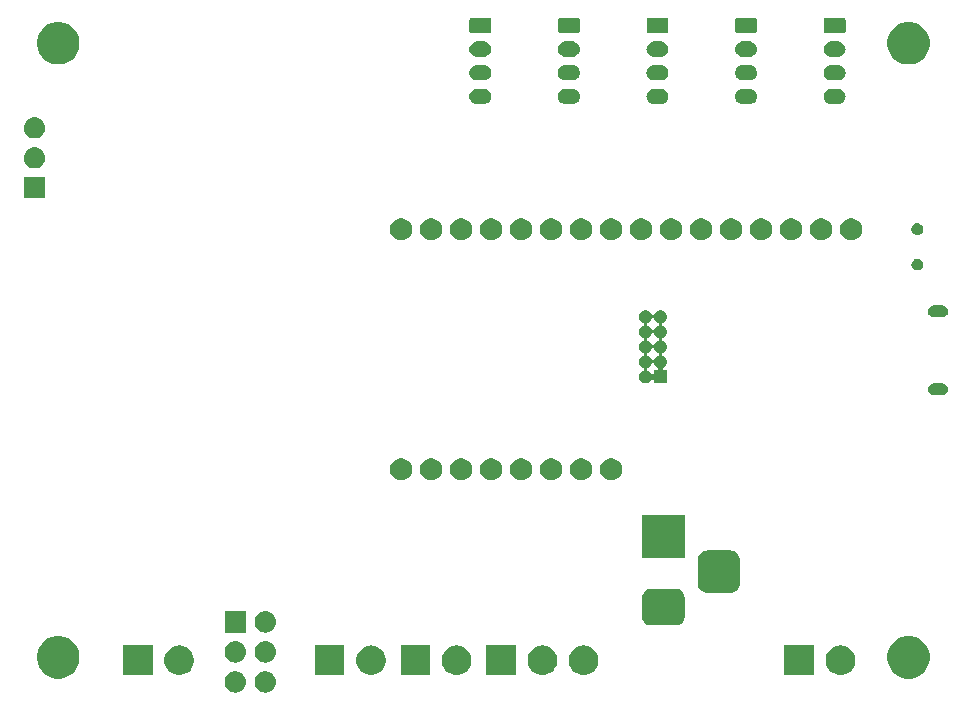
<source format=gbr>
G04 #@! TF.GenerationSoftware,KiCad,Pcbnew,5.0.2-5.fc29*
G04 #@! TF.CreationDate,2020-06-27T20:23:45+07:00*
G04 #@! TF.ProjectId,MP_SamBaseBoard_V1,4d505f53-616d-4426-9173-65426f617264,rev?*
G04 #@! TF.SameCoordinates,Original*
G04 #@! TF.FileFunction,Soldermask,Bot*
G04 #@! TF.FilePolarity,Negative*
%FSLAX45Y45*%
G04 Gerber Fmt 4.5, Leading zero omitted, Abs format (unit mm)*
G04 Created by KiCad (PCBNEW 5.0.2-5.fc29) date Sat 27 Jun 2020 08:23:45 PM +07*
%MOMM*%
%LPD*%
G01*
G04 APERTURE LIST*
%ADD10C,0.100000*%
G04 APERTURE END LIST*
D10*
G36*
X14665044Y-12968552D02*
X14671663Y-12969204D01*
X14681446Y-12972171D01*
X14688647Y-12974356D01*
X14702509Y-12981765D01*
X14704299Y-12982722D01*
X14707873Y-12985655D01*
X14718019Y-12993981D01*
X14723040Y-13000100D01*
X14729278Y-13007701D01*
X14729278Y-13007701D01*
X14737644Y-13023353D01*
X14737644Y-13023353D01*
X14742796Y-13040337D01*
X14744536Y-13058000D01*
X14742796Y-13075663D01*
X14739362Y-13086985D01*
X14737644Y-13092647D01*
X14730235Y-13106509D01*
X14729278Y-13108299D01*
X14726345Y-13111873D01*
X14718019Y-13122019D01*
X14707873Y-13130345D01*
X14704299Y-13133278D01*
X14704299Y-13133278D01*
X14688647Y-13141644D01*
X14682985Y-13143362D01*
X14671663Y-13146796D01*
X14665044Y-13147448D01*
X14658426Y-13148100D01*
X14649574Y-13148100D01*
X14642956Y-13147448D01*
X14636337Y-13146796D01*
X14625015Y-13143362D01*
X14619353Y-13141644D01*
X14603701Y-13133278D01*
X14603701Y-13133278D01*
X14600127Y-13130345D01*
X14589981Y-13122019D01*
X14581655Y-13111873D01*
X14578722Y-13108299D01*
X14577765Y-13106509D01*
X14570356Y-13092647D01*
X14568638Y-13086985D01*
X14565204Y-13075663D01*
X14563464Y-13058000D01*
X14565204Y-13040337D01*
X14570356Y-13023353D01*
X14570356Y-13023353D01*
X14578722Y-13007701D01*
X14578722Y-13007701D01*
X14584960Y-13000100D01*
X14589981Y-12993981D01*
X14600127Y-12985655D01*
X14603701Y-12982722D01*
X14605491Y-12981765D01*
X14619353Y-12974356D01*
X14626554Y-12972171D01*
X14636337Y-12969204D01*
X14642956Y-12968552D01*
X14649574Y-12967900D01*
X14658426Y-12967900D01*
X14665044Y-12968552D01*
X14665044Y-12968552D01*
G37*
G36*
X14411044Y-12968552D02*
X14417663Y-12969204D01*
X14427446Y-12972171D01*
X14434647Y-12974356D01*
X14448509Y-12981765D01*
X14450299Y-12982722D01*
X14453873Y-12985655D01*
X14464019Y-12993981D01*
X14469040Y-13000100D01*
X14475278Y-13007701D01*
X14475278Y-13007701D01*
X14483644Y-13023353D01*
X14483644Y-13023353D01*
X14488796Y-13040337D01*
X14490536Y-13058000D01*
X14488796Y-13075663D01*
X14485362Y-13086985D01*
X14483644Y-13092647D01*
X14476235Y-13106509D01*
X14475278Y-13108299D01*
X14472345Y-13111873D01*
X14464019Y-13122019D01*
X14453873Y-13130345D01*
X14450299Y-13133278D01*
X14450299Y-13133278D01*
X14434647Y-13141644D01*
X14428985Y-13143362D01*
X14417663Y-13146796D01*
X14411044Y-13147448D01*
X14404426Y-13148100D01*
X14395574Y-13148100D01*
X14388956Y-13147448D01*
X14382337Y-13146796D01*
X14371015Y-13143362D01*
X14365353Y-13141644D01*
X14349701Y-13133278D01*
X14349701Y-13133278D01*
X14346127Y-13130345D01*
X14335981Y-13122019D01*
X14327655Y-13111873D01*
X14324722Y-13108299D01*
X14323765Y-13106509D01*
X14316356Y-13092647D01*
X14314638Y-13086985D01*
X14311204Y-13075663D01*
X14309464Y-13058000D01*
X14311204Y-13040337D01*
X14316356Y-13023353D01*
X14316356Y-13023353D01*
X14324722Y-13007701D01*
X14324722Y-13007701D01*
X14330960Y-13000100D01*
X14335981Y-12993981D01*
X14346127Y-12985655D01*
X14349701Y-12982722D01*
X14351491Y-12981765D01*
X14365353Y-12974356D01*
X14372554Y-12972171D01*
X14382337Y-12969204D01*
X14388956Y-12968552D01*
X14395574Y-12967900D01*
X14404426Y-12967900D01*
X14411044Y-12968552D01*
X14411044Y-12968552D01*
G37*
G36*
X12952533Y-12676821D02*
X12985309Y-12690397D01*
X13014807Y-12710107D01*
X13039893Y-12735193D01*
X13059603Y-12764691D01*
X13073179Y-12797467D01*
X13080100Y-12832262D01*
X13080100Y-12867738D01*
X13073179Y-12902533D01*
X13059603Y-12935309D01*
X13039893Y-12964807D01*
X13014807Y-12989893D01*
X12985309Y-13009603D01*
X12952533Y-13023179D01*
X12917738Y-13030100D01*
X12882262Y-13030100D01*
X12847467Y-13023179D01*
X12814691Y-13009603D01*
X12785193Y-12989893D01*
X12760107Y-12964807D01*
X12740397Y-12935309D01*
X12726821Y-12902533D01*
X12719900Y-12867738D01*
X12719900Y-12832262D01*
X12726821Y-12797467D01*
X12740397Y-12764691D01*
X12760107Y-12735193D01*
X12785193Y-12710107D01*
X12814691Y-12690397D01*
X12847467Y-12676821D01*
X12882262Y-12669900D01*
X12917738Y-12669900D01*
X12952533Y-12676821D01*
X12952533Y-12676821D01*
G37*
G36*
X20152533Y-12676821D02*
X20185309Y-12690397D01*
X20214807Y-12710107D01*
X20239893Y-12735193D01*
X20259603Y-12764691D01*
X20273179Y-12797467D01*
X20280100Y-12832262D01*
X20280100Y-12867738D01*
X20273179Y-12902533D01*
X20259603Y-12935309D01*
X20239893Y-12964807D01*
X20214807Y-12989893D01*
X20185309Y-13009603D01*
X20152533Y-13023179D01*
X20117738Y-13030100D01*
X20082262Y-13030100D01*
X20047467Y-13023179D01*
X20014691Y-13009603D01*
X19985193Y-12989893D01*
X19960107Y-12964807D01*
X19940397Y-12935309D01*
X19926821Y-12902533D01*
X19919900Y-12867738D01*
X19919900Y-12832262D01*
X19926821Y-12797467D01*
X19940397Y-12764691D01*
X19960107Y-12735193D01*
X19985193Y-12710107D01*
X20014691Y-12690397D01*
X20047467Y-12676821D01*
X20082262Y-12669900D01*
X20117738Y-12669900D01*
X20152533Y-12676821D01*
X20152533Y-12676821D01*
G37*
G36*
X19543364Y-12751102D02*
X19561490Y-12754707D01*
X19584257Y-12764138D01*
X19604654Y-12777767D01*
X19604747Y-12777829D01*
X19622171Y-12795253D01*
X19622172Y-12795253D01*
X19635862Y-12815743D01*
X19645293Y-12838510D01*
X19650100Y-12862679D01*
X19650100Y-12887321D01*
X19645293Y-12911490D01*
X19635862Y-12934257D01*
X19622233Y-12954654D01*
X19622171Y-12954747D01*
X19604747Y-12972171D01*
X19604747Y-12972171D01*
X19584257Y-12985862D01*
X19561490Y-12995292D01*
X19543364Y-12998898D01*
X19537321Y-13000100D01*
X19512679Y-13000100D01*
X19506637Y-12998898D01*
X19488510Y-12995292D01*
X19465743Y-12985862D01*
X19445253Y-12972171D01*
X19445253Y-12972171D01*
X19427829Y-12954747D01*
X19427767Y-12954654D01*
X19414138Y-12934257D01*
X19404708Y-12911490D01*
X19399900Y-12887321D01*
X19399900Y-12862679D01*
X19404708Y-12838510D01*
X19414138Y-12815743D01*
X19427829Y-12795253D01*
X19427829Y-12795253D01*
X19445253Y-12777829D01*
X19445346Y-12777767D01*
X19465743Y-12764138D01*
X19488510Y-12754707D01*
X19506636Y-12751102D01*
X19512679Y-12749900D01*
X19537321Y-12749900D01*
X19543364Y-12751102D01*
X19543364Y-12751102D01*
G37*
G36*
X16775100Y-13000100D02*
X16524900Y-13000100D01*
X16524900Y-12749900D01*
X16775100Y-12749900D01*
X16775100Y-13000100D01*
X16775100Y-13000100D01*
G37*
G36*
X19300100Y-13000100D02*
X19049900Y-13000100D01*
X19049900Y-12749900D01*
X19300100Y-12749900D01*
X19300100Y-13000100D01*
X19300100Y-13000100D01*
G37*
G36*
X13943364Y-12751102D02*
X13961490Y-12754707D01*
X13984257Y-12764138D01*
X14004654Y-12777767D01*
X14004747Y-12777829D01*
X14022171Y-12795253D01*
X14022171Y-12795253D01*
X14035862Y-12815743D01*
X14045292Y-12838510D01*
X14050100Y-12862679D01*
X14050100Y-12887321D01*
X14045292Y-12911490D01*
X14035862Y-12934257D01*
X14022233Y-12954654D01*
X14022171Y-12954747D01*
X14004747Y-12972171D01*
X14004747Y-12972171D01*
X13984257Y-12985862D01*
X13961490Y-12995292D01*
X13943363Y-12998898D01*
X13937321Y-13000100D01*
X13912679Y-13000100D01*
X13906636Y-12998898D01*
X13888510Y-12995292D01*
X13865743Y-12985862D01*
X13845253Y-12972171D01*
X13845253Y-12972171D01*
X13827829Y-12954747D01*
X13827767Y-12954654D01*
X13814138Y-12934257D01*
X13804707Y-12911490D01*
X13799900Y-12887321D01*
X13799900Y-12862679D01*
X13804707Y-12838510D01*
X13814138Y-12815743D01*
X13827828Y-12795253D01*
X13827829Y-12795253D01*
X13845253Y-12777829D01*
X13845346Y-12777767D01*
X13865743Y-12764138D01*
X13888510Y-12754707D01*
X13906636Y-12751102D01*
X13912679Y-12749900D01*
X13937321Y-12749900D01*
X13943364Y-12751102D01*
X13943364Y-12751102D01*
G37*
G36*
X13700100Y-13000100D02*
X13449900Y-13000100D01*
X13449900Y-12749900D01*
X13700100Y-12749900D01*
X13700100Y-13000100D01*
X13700100Y-13000100D01*
G37*
G36*
X15325100Y-13000100D02*
X15074900Y-13000100D01*
X15074900Y-12749900D01*
X15325100Y-12749900D01*
X15325100Y-13000100D01*
X15325100Y-13000100D01*
G37*
G36*
X16293364Y-12751102D02*
X16311490Y-12754707D01*
X16334257Y-12764138D01*
X16354654Y-12777767D01*
X16354747Y-12777829D01*
X16372171Y-12795253D01*
X16372171Y-12795253D01*
X16385862Y-12815743D01*
X16395292Y-12838510D01*
X16400100Y-12862679D01*
X16400100Y-12887321D01*
X16395292Y-12911490D01*
X16385862Y-12934257D01*
X16372233Y-12954654D01*
X16372171Y-12954747D01*
X16354747Y-12972171D01*
X16354747Y-12972171D01*
X16334257Y-12985862D01*
X16311490Y-12995292D01*
X16293363Y-12998898D01*
X16287321Y-13000100D01*
X16262679Y-13000100D01*
X16256636Y-12998898D01*
X16238510Y-12995292D01*
X16215743Y-12985862D01*
X16195253Y-12972171D01*
X16195253Y-12972171D01*
X16177829Y-12954747D01*
X16177767Y-12954654D01*
X16164138Y-12934257D01*
X16154707Y-12911490D01*
X16149900Y-12887321D01*
X16149900Y-12862679D01*
X16154707Y-12838510D01*
X16164138Y-12815743D01*
X16177828Y-12795253D01*
X16177829Y-12795253D01*
X16195253Y-12777829D01*
X16195346Y-12777767D01*
X16215743Y-12764138D01*
X16238510Y-12754707D01*
X16256636Y-12751102D01*
X16262679Y-12749900D01*
X16287321Y-12749900D01*
X16293364Y-12751102D01*
X16293364Y-12751102D01*
G37*
G36*
X16050100Y-13000100D02*
X15799900Y-13000100D01*
X15799900Y-12749900D01*
X16050100Y-12749900D01*
X16050100Y-13000100D01*
X16050100Y-13000100D01*
G37*
G36*
X17368364Y-12751102D02*
X17386490Y-12754707D01*
X17409257Y-12764138D01*
X17429654Y-12777767D01*
X17429747Y-12777829D01*
X17447171Y-12795253D01*
X17447172Y-12795253D01*
X17460862Y-12815743D01*
X17470293Y-12838510D01*
X17475100Y-12862679D01*
X17475100Y-12887321D01*
X17470293Y-12911490D01*
X17460862Y-12934257D01*
X17447233Y-12954654D01*
X17447171Y-12954747D01*
X17429747Y-12972171D01*
X17429747Y-12972171D01*
X17409257Y-12985862D01*
X17386490Y-12995292D01*
X17368364Y-12998898D01*
X17362321Y-13000100D01*
X17337679Y-13000100D01*
X17331637Y-12998898D01*
X17313510Y-12995292D01*
X17290743Y-12985862D01*
X17270253Y-12972171D01*
X17270253Y-12972171D01*
X17252829Y-12954747D01*
X17252767Y-12954654D01*
X17239138Y-12934257D01*
X17229708Y-12911490D01*
X17224900Y-12887321D01*
X17224900Y-12862679D01*
X17229708Y-12838510D01*
X17239138Y-12815743D01*
X17252829Y-12795253D01*
X17252829Y-12795253D01*
X17270253Y-12777829D01*
X17270346Y-12777767D01*
X17290743Y-12764138D01*
X17313510Y-12754707D01*
X17331636Y-12751102D01*
X17337679Y-12749900D01*
X17362321Y-12749900D01*
X17368364Y-12751102D01*
X17368364Y-12751102D01*
G37*
G36*
X17018364Y-12751102D02*
X17036490Y-12754707D01*
X17059257Y-12764138D01*
X17079654Y-12777767D01*
X17079747Y-12777829D01*
X17097171Y-12795253D01*
X17097172Y-12795253D01*
X17110862Y-12815743D01*
X17120293Y-12838510D01*
X17125100Y-12862679D01*
X17125100Y-12887321D01*
X17120293Y-12911490D01*
X17110862Y-12934257D01*
X17097233Y-12954654D01*
X17097171Y-12954747D01*
X17079747Y-12972171D01*
X17079747Y-12972171D01*
X17059257Y-12985862D01*
X17036490Y-12995292D01*
X17018364Y-12998898D01*
X17012321Y-13000100D01*
X16987679Y-13000100D01*
X16981637Y-12998898D01*
X16963510Y-12995292D01*
X16940743Y-12985862D01*
X16920253Y-12972171D01*
X16920253Y-12972171D01*
X16902829Y-12954747D01*
X16902767Y-12954654D01*
X16889138Y-12934257D01*
X16879708Y-12911490D01*
X16874900Y-12887321D01*
X16874900Y-12862679D01*
X16879708Y-12838510D01*
X16889138Y-12815743D01*
X16902829Y-12795253D01*
X16902829Y-12795253D01*
X16920253Y-12777829D01*
X16920346Y-12777767D01*
X16940743Y-12764138D01*
X16963510Y-12754707D01*
X16981636Y-12751102D01*
X16987679Y-12749900D01*
X17012321Y-12749900D01*
X17018364Y-12751102D01*
X17018364Y-12751102D01*
G37*
G36*
X15568364Y-12751102D02*
X15586490Y-12754707D01*
X15609257Y-12764138D01*
X15629654Y-12777767D01*
X15629747Y-12777829D01*
X15647171Y-12795253D01*
X15647171Y-12795253D01*
X15660862Y-12815743D01*
X15670292Y-12838510D01*
X15675100Y-12862679D01*
X15675100Y-12887321D01*
X15670292Y-12911490D01*
X15660862Y-12934257D01*
X15647233Y-12954654D01*
X15647171Y-12954747D01*
X15629747Y-12972171D01*
X15629747Y-12972171D01*
X15609257Y-12985862D01*
X15586490Y-12995292D01*
X15568363Y-12998898D01*
X15562321Y-13000100D01*
X15537679Y-13000100D01*
X15531636Y-12998898D01*
X15513510Y-12995292D01*
X15490743Y-12985862D01*
X15470253Y-12972171D01*
X15470253Y-12972171D01*
X15452829Y-12954747D01*
X15452767Y-12954654D01*
X15439138Y-12934257D01*
X15429707Y-12911490D01*
X15424900Y-12887321D01*
X15424900Y-12862679D01*
X15429707Y-12838510D01*
X15439138Y-12815743D01*
X15452828Y-12795253D01*
X15452829Y-12795253D01*
X15470253Y-12777829D01*
X15470346Y-12777767D01*
X15490743Y-12764138D01*
X15513510Y-12754707D01*
X15531636Y-12751102D01*
X15537679Y-12749900D01*
X15562321Y-12749900D01*
X15568364Y-12751102D01*
X15568364Y-12751102D01*
G37*
G36*
X14411044Y-12714552D02*
X14417663Y-12715204D01*
X14428985Y-12718638D01*
X14434647Y-12720356D01*
X14448509Y-12727765D01*
X14450299Y-12728722D01*
X14453873Y-12731655D01*
X14464019Y-12739981D01*
X14472158Y-12749900D01*
X14475278Y-12753701D01*
X14475278Y-12753701D01*
X14483644Y-12769353D01*
X14483644Y-12769353D01*
X14488796Y-12786337D01*
X14490536Y-12804000D01*
X14488796Y-12821663D01*
X14485581Y-12832262D01*
X14483644Y-12838647D01*
X14476235Y-12852509D01*
X14475278Y-12854299D01*
X14472345Y-12857873D01*
X14464019Y-12868019D01*
X14453873Y-12876345D01*
X14450299Y-12879278D01*
X14450299Y-12879278D01*
X14434647Y-12887644D01*
X14428985Y-12889362D01*
X14417663Y-12892796D01*
X14411044Y-12893448D01*
X14404426Y-12894100D01*
X14395574Y-12894100D01*
X14388956Y-12893448D01*
X14382337Y-12892796D01*
X14371015Y-12889362D01*
X14365353Y-12887644D01*
X14349701Y-12879278D01*
X14349701Y-12879278D01*
X14346127Y-12876345D01*
X14335981Y-12868019D01*
X14327655Y-12857873D01*
X14324722Y-12854299D01*
X14323765Y-12852509D01*
X14316356Y-12838647D01*
X14314419Y-12832262D01*
X14311204Y-12821663D01*
X14309464Y-12804000D01*
X14311204Y-12786337D01*
X14316356Y-12769353D01*
X14316356Y-12769353D01*
X14324722Y-12753701D01*
X14324722Y-12753701D01*
X14327841Y-12749900D01*
X14335981Y-12739981D01*
X14346127Y-12731655D01*
X14349701Y-12728722D01*
X14351491Y-12727765D01*
X14365353Y-12720356D01*
X14371015Y-12718638D01*
X14382337Y-12715204D01*
X14388956Y-12714552D01*
X14395574Y-12713900D01*
X14404426Y-12713900D01*
X14411044Y-12714552D01*
X14411044Y-12714552D01*
G37*
G36*
X14665044Y-12714552D02*
X14671663Y-12715204D01*
X14682985Y-12718638D01*
X14688647Y-12720356D01*
X14702509Y-12727765D01*
X14704299Y-12728722D01*
X14707873Y-12731655D01*
X14718019Y-12739981D01*
X14726158Y-12749900D01*
X14729278Y-12753701D01*
X14729278Y-12753701D01*
X14737644Y-12769353D01*
X14737644Y-12769353D01*
X14742796Y-12786337D01*
X14744536Y-12804000D01*
X14742796Y-12821663D01*
X14739581Y-12832262D01*
X14737644Y-12838647D01*
X14730235Y-12852509D01*
X14729278Y-12854299D01*
X14726345Y-12857873D01*
X14718019Y-12868019D01*
X14707873Y-12876345D01*
X14704299Y-12879278D01*
X14704299Y-12879278D01*
X14688647Y-12887644D01*
X14682985Y-12889362D01*
X14671663Y-12892796D01*
X14665044Y-12893448D01*
X14658426Y-12894100D01*
X14649574Y-12894100D01*
X14642956Y-12893448D01*
X14636337Y-12892796D01*
X14625015Y-12889362D01*
X14619353Y-12887644D01*
X14603701Y-12879278D01*
X14603701Y-12879278D01*
X14600127Y-12876345D01*
X14589981Y-12868019D01*
X14581655Y-12857873D01*
X14578722Y-12854299D01*
X14577765Y-12852509D01*
X14570356Y-12838647D01*
X14568419Y-12832262D01*
X14565204Y-12821663D01*
X14563464Y-12804000D01*
X14565204Y-12786337D01*
X14570356Y-12769353D01*
X14570356Y-12769353D01*
X14578722Y-12753701D01*
X14578722Y-12753701D01*
X14581841Y-12749900D01*
X14589981Y-12739981D01*
X14600127Y-12731655D01*
X14603701Y-12728722D01*
X14605491Y-12727765D01*
X14619353Y-12720356D01*
X14625015Y-12718638D01*
X14636337Y-12715204D01*
X14642956Y-12714552D01*
X14649574Y-12713900D01*
X14658426Y-12713900D01*
X14665044Y-12714552D01*
X14665044Y-12714552D01*
G37*
G36*
X14490100Y-12640100D02*
X14309900Y-12640100D01*
X14309900Y-12459900D01*
X14490100Y-12459900D01*
X14490100Y-12640100D01*
X14490100Y-12640100D01*
G37*
G36*
X14665044Y-12460552D02*
X14671663Y-12461204D01*
X14682985Y-12464638D01*
X14688647Y-12466356D01*
X14702509Y-12473765D01*
X14704299Y-12474722D01*
X14707873Y-12477655D01*
X14718019Y-12485981D01*
X14726345Y-12496127D01*
X14729278Y-12499701D01*
X14729278Y-12499701D01*
X14737644Y-12515353D01*
X14737644Y-12515353D01*
X14742796Y-12532337D01*
X14744536Y-12550000D01*
X14742796Y-12567663D01*
X14742684Y-12568034D01*
X14737644Y-12584647D01*
X14730235Y-12598509D01*
X14729278Y-12600299D01*
X14726345Y-12603873D01*
X14718019Y-12614019D01*
X14707873Y-12622345D01*
X14704299Y-12625278D01*
X14704299Y-12625278D01*
X14688647Y-12633644D01*
X14682985Y-12635362D01*
X14671663Y-12638796D01*
X14665044Y-12639448D01*
X14658426Y-12640100D01*
X14649574Y-12640100D01*
X14642956Y-12639448D01*
X14636337Y-12638796D01*
X14625015Y-12635362D01*
X14619353Y-12633644D01*
X14603701Y-12625278D01*
X14603701Y-12625278D01*
X14600127Y-12622345D01*
X14589981Y-12614019D01*
X14581655Y-12603873D01*
X14578722Y-12600299D01*
X14577765Y-12598509D01*
X14570356Y-12584647D01*
X14565316Y-12568034D01*
X14565204Y-12567663D01*
X14563464Y-12550000D01*
X14565204Y-12532337D01*
X14570356Y-12515353D01*
X14570356Y-12515353D01*
X14578722Y-12499701D01*
X14578722Y-12499701D01*
X14581655Y-12496127D01*
X14589981Y-12485981D01*
X14600127Y-12477655D01*
X14603701Y-12474722D01*
X14605491Y-12473765D01*
X14619353Y-12466356D01*
X14625015Y-12464638D01*
X14636337Y-12461204D01*
X14642956Y-12460552D01*
X14649574Y-12459900D01*
X14658426Y-12459900D01*
X14665044Y-12460552D01*
X14665044Y-12460552D01*
G37*
G36*
X18147698Y-12271329D02*
X18161063Y-12275383D01*
X18173378Y-12281966D01*
X18184174Y-12290826D01*
X18193034Y-12301622D01*
X18199617Y-12313937D01*
X18203671Y-12327302D01*
X18205100Y-12341814D01*
X18205100Y-12508186D01*
X18203671Y-12522698D01*
X18199617Y-12536063D01*
X18193034Y-12548378D01*
X18184174Y-12559174D01*
X18173378Y-12568034D01*
X18161063Y-12574616D01*
X18147698Y-12578671D01*
X18133186Y-12580100D01*
X17916814Y-12580100D01*
X17902302Y-12578671D01*
X17888937Y-12574616D01*
X17876622Y-12568034D01*
X17865826Y-12559174D01*
X17856966Y-12548378D01*
X17850384Y-12536063D01*
X17846329Y-12522698D01*
X17844900Y-12508186D01*
X17844900Y-12341814D01*
X17846329Y-12327302D01*
X17850384Y-12313937D01*
X17856966Y-12301622D01*
X17865826Y-12290826D01*
X17876622Y-12281966D01*
X17888937Y-12275383D01*
X17902302Y-12271329D01*
X17916814Y-12269900D01*
X18133186Y-12269900D01*
X18147698Y-12271329D01*
X18147698Y-12271329D01*
G37*
G36*
X18607637Y-11946569D02*
X18623346Y-11951335D01*
X18637823Y-11959073D01*
X18650513Y-11969487D01*
X18660927Y-11982177D01*
X18668665Y-11996654D01*
X18673431Y-12012363D01*
X18675100Y-12029314D01*
X18675100Y-12220686D01*
X18673431Y-12237637D01*
X18668665Y-12253346D01*
X18660927Y-12267823D01*
X18650513Y-12280513D01*
X18637823Y-12290927D01*
X18623346Y-12298665D01*
X18607637Y-12303430D01*
X18590686Y-12305100D01*
X18399314Y-12305100D01*
X18382363Y-12303430D01*
X18366654Y-12298665D01*
X18352177Y-12290927D01*
X18339487Y-12280513D01*
X18329073Y-12267823D01*
X18321335Y-12253346D01*
X18316570Y-12237637D01*
X18314900Y-12220686D01*
X18314900Y-12029314D01*
X18316570Y-12012363D01*
X18321335Y-11996654D01*
X18329073Y-11982177D01*
X18339487Y-11969487D01*
X18352177Y-11959073D01*
X18366654Y-11951335D01*
X18382363Y-11946569D01*
X18399314Y-11944900D01*
X18590686Y-11944900D01*
X18607637Y-11946569D01*
X18607637Y-11946569D01*
G37*
G36*
X18205100Y-12005100D02*
X17844900Y-12005100D01*
X17844900Y-11644900D01*
X18205100Y-11644900D01*
X18205100Y-12005100D01*
X18205100Y-12005100D01*
G37*
G36*
X16077335Y-11166826D02*
X16086413Y-11168632D01*
X16103516Y-11175716D01*
X16103516Y-11175716D01*
X16118909Y-11186001D01*
X16131999Y-11199091D01*
X16131999Y-11199091D01*
X16142284Y-11214484D01*
X16149368Y-11231587D01*
X16152980Y-11249744D01*
X16152980Y-11268256D01*
X16149368Y-11286413D01*
X16142284Y-11303516D01*
X16142284Y-11303516D01*
X16131999Y-11318909D01*
X16118909Y-11331999D01*
X16118909Y-11331999D01*
X16103516Y-11342284D01*
X16086413Y-11349368D01*
X16077335Y-11351174D01*
X16068256Y-11352980D01*
X16049744Y-11352980D01*
X16040665Y-11351174D01*
X16031587Y-11349368D01*
X16014484Y-11342284D01*
X15999091Y-11331999D01*
X15999091Y-11331999D01*
X15986001Y-11318909D01*
X15975716Y-11303516D01*
X15975716Y-11303516D01*
X15968632Y-11286413D01*
X15965020Y-11268256D01*
X15965020Y-11249744D01*
X15968632Y-11231587D01*
X15975716Y-11214484D01*
X15986001Y-11199091D01*
X15986001Y-11199091D01*
X15999091Y-11186001D01*
X16014484Y-11175716D01*
X16014484Y-11175716D01*
X16031587Y-11168632D01*
X16040665Y-11166826D01*
X16049744Y-11165020D01*
X16068256Y-11165020D01*
X16077335Y-11166826D01*
X16077335Y-11166826D01*
G37*
G36*
X17601335Y-11166826D02*
X17610413Y-11168632D01*
X17627516Y-11175716D01*
X17627516Y-11175716D01*
X17642909Y-11186001D01*
X17655999Y-11199091D01*
X17655999Y-11199091D01*
X17666284Y-11214484D01*
X17673368Y-11231587D01*
X17676980Y-11249744D01*
X17676980Y-11268256D01*
X17673368Y-11286413D01*
X17666284Y-11303516D01*
X17666284Y-11303516D01*
X17655999Y-11318909D01*
X17642909Y-11331999D01*
X17642909Y-11331999D01*
X17627516Y-11342284D01*
X17610413Y-11349368D01*
X17601335Y-11351174D01*
X17592256Y-11352980D01*
X17573744Y-11352980D01*
X17564665Y-11351174D01*
X17555587Y-11349368D01*
X17538484Y-11342284D01*
X17523091Y-11331999D01*
X17523091Y-11331999D01*
X17510001Y-11318909D01*
X17499716Y-11303516D01*
X17499716Y-11303516D01*
X17492632Y-11286413D01*
X17489020Y-11268256D01*
X17489020Y-11249744D01*
X17492632Y-11231587D01*
X17499716Y-11214484D01*
X17510001Y-11199091D01*
X17510001Y-11199091D01*
X17523091Y-11186001D01*
X17538484Y-11175716D01*
X17538484Y-11175716D01*
X17555587Y-11168632D01*
X17564665Y-11166826D01*
X17573744Y-11165020D01*
X17592256Y-11165020D01*
X17601335Y-11166826D01*
X17601335Y-11166826D01*
G37*
G36*
X17093335Y-11166826D02*
X17102413Y-11168632D01*
X17119516Y-11175716D01*
X17119516Y-11175716D01*
X17134909Y-11186001D01*
X17147999Y-11199091D01*
X17147999Y-11199091D01*
X17158284Y-11214484D01*
X17165368Y-11231587D01*
X17168980Y-11249744D01*
X17168980Y-11268256D01*
X17165368Y-11286413D01*
X17158284Y-11303516D01*
X17158284Y-11303516D01*
X17147999Y-11318909D01*
X17134909Y-11331999D01*
X17134909Y-11331999D01*
X17119516Y-11342284D01*
X17102413Y-11349368D01*
X17093335Y-11351174D01*
X17084256Y-11352980D01*
X17065744Y-11352980D01*
X17056665Y-11351174D01*
X17047587Y-11349368D01*
X17030484Y-11342284D01*
X17015091Y-11331999D01*
X17015091Y-11331999D01*
X17002001Y-11318909D01*
X16991716Y-11303516D01*
X16991716Y-11303516D01*
X16984632Y-11286413D01*
X16981020Y-11268256D01*
X16981020Y-11249744D01*
X16984632Y-11231587D01*
X16991716Y-11214484D01*
X17002001Y-11199091D01*
X17002001Y-11199091D01*
X17015091Y-11186001D01*
X17030484Y-11175716D01*
X17030484Y-11175716D01*
X17047587Y-11168632D01*
X17056665Y-11166826D01*
X17065744Y-11165020D01*
X17084256Y-11165020D01*
X17093335Y-11166826D01*
X17093335Y-11166826D01*
G37*
G36*
X16839335Y-11166826D02*
X16848413Y-11168632D01*
X16865516Y-11175716D01*
X16865516Y-11175716D01*
X16880909Y-11186001D01*
X16893999Y-11199091D01*
X16893999Y-11199091D01*
X16904284Y-11214484D01*
X16911368Y-11231587D01*
X16914980Y-11249744D01*
X16914980Y-11268256D01*
X16911368Y-11286413D01*
X16904284Y-11303516D01*
X16904284Y-11303516D01*
X16893999Y-11318909D01*
X16880909Y-11331999D01*
X16880909Y-11331999D01*
X16865516Y-11342284D01*
X16848413Y-11349368D01*
X16839335Y-11351174D01*
X16830256Y-11352980D01*
X16811744Y-11352980D01*
X16802665Y-11351174D01*
X16793587Y-11349368D01*
X16776484Y-11342284D01*
X16761091Y-11331999D01*
X16761091Y-11331999D01*
X16748001Y-11318909D01*
X16737716Y-11303516D01*
X16737716Y-11303516D01*
X16730632Y-11286413D01*
X16727020Y-11268256D01*
X16727020Y-11249744D01*
X16730632Y-11231587D01*
X16737716Y-11214484D01*
X16748001Y-11199091D01*
X16748001Y-11199091D01*
X16761091Y-11186001D01*
X16776484Y-11175716D01*
X16776484Y-11175716D01*
X16793587Y-11168632D01*
X16802665Y-11166826D01*
X16811744Y-11165020D01*
X16830256Y-11165020D01*
X16839335Y-11166826D01*
X16839335Y-11166826D01*
G37*
G36*
X16331335Y-11166826D02*
X16340413Y-11168632D01*
X16357516Y-11175716D01*
X16357516Y-11175716D01*
X16372909Y-11186001D01*
X16385999Y-11199091D01*
X16385999Y-11199091D01*
X16396284Y-11214484D01*
X16403368Y-11231587D01*
X16406980Y-11249744D01*
X16406980Y-11268256D01*
X16403368Y-11286413D01*
X16396284Y-11303516D01*
X16396284Y-11303516D01*
X16385999Y-11318909D01*
X16372909Y-11331999D01*
X16372909Y-11331999D01*
X16357516Y-11342284D01*
X16340413Y-11349368D01*
X16331335Y-11351174D01*
X16322256Y-11352980D01*
X16303744Y-11352980D01*
X16294665Y-11351174D01*
X16285587Y-11349368D01*
X16268484Y-11342284D01*
X16253091Y-11331999D01*
X16253091Y-11331999D01*
X16240001Y-11318909D01*
X16229716Y-11303516D01*
X16229716Y-11303516D01*
X16222632Y-11286413D01*
X16219020Y-11268256D01*
X16219020Y-11249744D01*
X16222632Y-11231587D01*
X16229716Y-11214484D01*
X16240001Y-11199091D01*
X16240001Y-11199091D01*
X16253091Y-11186001D01*
X16268484Y-11175716D01*
X16268484Y-11175716D01*
X16285587Y-11168632D01*
X16294665Y-11166826D01*
X16303744Y-11165020D01*
X16322256Y-11165020D01*
X16331335Y-11166826D01*
X16331335Y-11166826D01*
G37*
G36*
X15823335Y-11166826D02*
X15832413Y-11168632D01*
X15849516Y-11175716D01*
X15849516Y-11175716D01*
X15864909Y-11186001D01*
X15877999Y-11199091D01*
X15877999Y-11199091D01*
X15888284Y-11214484D01*
X15895368Y-11231587D01*
X15898980Y-11249744D01*
X15898980Y-11268256D01*
X15895368Y-11286413D01*
X15888284Y-11303516D01*
X15888284Y-11303516D01*
X15877999Y-11318909D01*
X15864909Y-11331999D01*
X15864909Y-11331999D01*
X15849516Y-11342284D01*
X15832413Y-11349368D01*
X15823335Y-11351174D01*
X15814256Y-11352980D01*
X15795744Y-11352980D01*
X15786665Y-11351174D01*
X15777587Y-11349368D01*
X15760484Y-11342284D01*
X15745091Y-11331999D01*
X15745091Y-11331999D01*
X15732001Y-11318909D01*
X15721716Y-11303516D01*
X15721716Y-11303516D01*
X15714632Y-11286413D01*
X15711020Y-11268256D01*
X15711020Y-11249744D01*
X15714632Y-11231587D01*
X15721716Y-11214484D01*
X15732001Y-11199091D01*
X15732001Y-11199091D01*
X15745091Y-11186001D01*
X15760484Y-11175716D01*
X15760484Y-11175716D01*
X15777587Y-11168632D01*
X15786665Y-11166826D01*
X15795744Y-11165020D01*
X15814256Y-11165020D01*
X15823335Y-11166826D01*
X15823335Y-11166826D01*
G37*
G36*
X17347335Y-11166826D02*
X17356413Y-11168632D01*
X17373516Y-11175716D01*
X17373516Y-11175716D01*
X17388909Y-11186001D01*
X17401999Y-11199091D01*
X17401999Y-11199091D01*
X17412284Y-11214484D01*
X17419368Y-11231587D01*
X17422980Y-11249744D01*
X17422980Y-11268256D01*
X17419368Y-11286413D01*
X17412284Y-11303516D01*
X17412284Y-11303516D01*
X17401999Y-11318909D01*
X17388909Y-11331999D01*
X17388909Y-11331999D01*
X17373516Y-11342284D01*
X17356413Y-11349368D01*
X17347335Y-11351174D01*
X17338256Y-11352980D01*
X17319744Y-11352980D01*
X17310665Y-11351174D01*
X17301587Y-11349368D01*
X17284484Y-11342284D01*
X17269091Y-11331999D01*
X17269091Y-11331999D01*
X17256001Y-11318909D01*
X17245716Y-11303516D01*
X17245716Y-11303516D01*
X17238632Y-11286413D01*
X17235020Y-11268256D01*
X17235020Y-11249744D01*
X17238632Y-11231587D01*
X17245716Y-11214484D01*
X17256001Y-11199091D01*
X17256001Y-11199091D01*
X17269091Y-11186001D01*
X17284484Y-11175716D01*
X17284484Y-11175716D01*
X17301587Y-11168632D01*
X17310665Y-11166826D01*
X17319744Y-11165020D01*
X17338256Y-11165020D01*
X17347335Y-11166826D01*
X17347335Y-11166826D01*
G37*
G36*
X16585335Y-11166826D02*
X16594413Y-11168632D01*
X16611516Y-11175716D01*
X16611516Y-11175716D01*
X16626909Y-11186001D01*
X16639999Y-11199091D01*
X16639999Y-11199091D01*
X16650284Y-11214484D01*
X16657368Y-11231587D01*
X16660980Y-11249744D01*
X16660980Y-11268256D01*
X16657368Y-11286413D01*
X16650284Y-11303516D01*
X16650284Y-11303516D01*
X16639999Y-11318909D01*
X16626909Y-11331999D01*
X16626909Y-11331999D01*
X16611516Y-11342284D01*
X16594413Y-11349368D01*
X16585335Y-11351174D01*
X16576256Y-11352980D01*
X16557744Y-11352980D01*
X16548665Y-11351174D01*
X16539587Y-11349368D01*
X16522484Y-11342284D01*
X16507091Y-11331999D01*
X16507091Y-11331999D01*
X16494001Y-11318909D01*
X16483716Y-11303516D01*
X16483716Y-11303516D01*
X16476632Y-11286413D01*
X16473020Y-11268256D01*
X16473020Y-11249744D01*
X16476632Y-11231587D01*
X16483716Y-11214484D01*
X16494001Y-11199091D01*
X16494001Y-11199091D01*
X16507091Y-11186001D01*
X16522484Y-11175716D01*
X16522484Y-11175716D01*
X16539587Y-11168632D01*
X16548665Y-11166826D01*
X16557744Y-11165020D01*
X16576256Y-11165020D01*
X16585335Y-11166826D01*
X16585335Y-11166826D01*
G37*
G36*
X20394821Y-10530625D02*
X20404265Y-10533490D01*
X20412969Y-10538142D01*
X20420598Y-10544403D01*
X20426858Y-10552031D01*
X20431510Y-10560735D01*
X20434375Y-10570179D01*
X20435342Y-10580000D01*
X20434375Y-10589821D01*
X20431510Y-10599265D01*
X20426858Y-10607969D01*
X20420598Y-10615598D01*
X20412969Y-10621858D01*
X20404265Y-10626510D01*
X20394821Y-10629375D01*
X20387461Y-10630100D01*
X20312539Y-10630100D01*
X20305179Y-10629375D01*
X20295735Y-10626510D01*
X20287031Y-10621858D01*
X20279403Y-10615598D01*
X20273142Y-10607969D01*
X20268490Y-10599265D01*
X20265625Y-10589821D01*
X20264658Y-10580000D01*
X20265625Y-10570179D01*
X20268490Y-10560735D01*
X20273142Y-10552031D01*
X20279403Y-10544403D01*
X20287031Y-10538142D01*
X20295735Y-10533490D01*
X20305179Y-10530625D01*
X20312539Y-10529900D01*
X20387461Y-10529900D01*
X20394821Y-10530625D01*
X20394821Y-10530625D01*
G37*
G36*
X17883802Y-9912697D02*
X17894188Y-9915848D01*
X17903760Y-9920964D01*
X17912150Y-9927850D01*
X17919036Y-9936240D01*
X17924152Y-9945812D01*
X17924538Y-9947085D01*
X17925476Y-9949349D01*
X17926837Y-9951387D01*
X17928570Y-9953119D01*
X17930608Y-9954481D01*
X17932872Y-9955419D01*
X17935275Y-9955897D01*
X17937725Y-9955897D01*
X17940129Y-9955419D01*
X17942393Y-9954481D01*
X17944430Y-9953119D01*
X17946163Y-9951387D01*
X17947524Y-9949349D01*
X17948462Y-9947085D01*
X17948848Y-9945812D01*
X17953964Y-9936240D01*
X17960850Y-9927850D01*
X17969240Y-9920964D01*
X17978812Y-9915848D01*
X17989199Y-9912697D01*
X17997293Y-9911900D01*
X18002707Y-9911900D01*
X18010802Y-9912697D01*
X18021188Y-9915848D01*
X18030760Y-9920964D01*
X18039150Y-9927850D01*
X18046036Y-9936240D01*
X18051152Y-9945812D01*
X18054303Y-9956199D01*
X18055367Y-9967000D01*
X18054303Y-9977802D01*
X18051152Y-9988188D01*
X18046036Y-9997760D01*
X18039150Y-10006150D01*
X18030760Y-10013036D01*
X18021188Y-10018152D01*
X18019914Y-10018539D01*
X18017651Y-10019476D01*
X18015613Y-10020837D01*
X18013881Y-10022570D01*
X18012519Y-10024608D01*
X18011581Y-10026872D01*
X18011103Y-10029275D01*
X18011103Y-10031725D01*
X18011582Y-10034129D01*
X18012519Y-10036393D01*
X18013881Y-10038430D01*
X18015613Y-10040163D01*
X18017651Y-10041524D01*
X18019914Y-10042462D01*
X18021188Y-10042848D01*
X18030760Y-10047964D01*
X18039150Y-10054850D01*
X18046036Y-10063240D01*
X18051152Y-10072812D01*
X18054303Y-10083199D01*
X18055367Y-10094000D01*
X18054303Y-10104802D01*
X18051152Y-10115188D01*
X18046036Y-10124760D01*
X18039150Y-10133150D01*
X18030760Y-10140036D01*
X18021188Y-10145152D01*
X18019914Y-10145539D01*
X18017651Y-10146476D01*
X18015613Y-10147837D01*
X18013881Y-10149570D01*
X18012519Y-10151608D01*
X18011581Y-10153872D01*
X18011103Y-10156275D01*
X18011103Y-10158725D01*
X18011582Y-10161129D01*
X18012519Y-10163393D01*
X18013881Y-10165430D01*
X18015613Y-10167163D01*
X18017651Y-10168524D01*
X18019914Y-10169462D01*
X18021188Y-10169848D01*
X18030760Y-10174964D01*
X18039150Y-10181850D01*
X18046036Y-10190240D01*
X18051152Y-10199812D01*
X18054303Y-10210199D01*
X18055367Y-10221000D01*
X18054303Y-10231802D01*
X18051152Y-10242188D01*
X18046036Y-10251760D01*
X18039150Y-10260150D01*
X18030760Y-10267036D01*
X18021188Y-10272152D01*
X18019914Y-10272539D01*
X18017651Y-10273476D01*
X18015613Y-10274837D01*
X18013881Y-10276570D01*
X18012519Y-10278608D01*
X18011581Y-10280872D01*
X18011103Y-10283275D01*
X18011103Y-10285725D01*
X18011582Y-10288129D01*
X18012519Y-10290393D01*
X18013881Y-10292430D01*
X18015613Y-10294163D01*
X18017651Y-10295524D01*
X18019914Y-10296462D01*
X18021188Y-10296848D01*
X18030760Y-10301964D01*
X18039150Y-10308850D01*
X18046036Y-10317240D01*
X18051152Y-10326812D01*
X18054303Y-10337199D01*
X18055367Y-10348000D01*
X18054303Y-10358802D01*
X18051152Y-10369188D01*
X18046036Y-10378760D01*
X18039150Y-10387150D01*
X18030760Y-10394036D01*
X18026381Y-10396377D01*
X18024344Y-10397737D01*
X18022611Y-10399470D01*
X18021250Y-10401508D01*
X18020312Y-10403772D01*
X18019834Y-10406175D01*
X18019834Y-10408625D01*
X18020312Y-10411029D01*
X18021250Y-10413293D01*
X18022611Y-10415330D01*
X18024344Y-10417063D01*
X18026381Y-10418424D01*
X18028645Y-10419362D01*
X18032274Y-10419900D01*
X18055100Y-10419900D01*
X18055100Y-10530100D01*
X17944900Y-10530100D01*
X17944900Y-10507274D01*
X17944660Y-10504835D01*
X17943949Y-10502490D01*
X17942793Y-10500329D01*
X17941239Y-10498435D01*
X17939345Y-10496880D01*
X17937184Y-10495725D01*
X17934839Y-10495014D01*
X17932400Y-10494774D01*
X17929961Y-10495014D01*
X17927617Y-10495725D01*
X17925455Y-10496880D01*
X17923561Y-10498435D01*
X17921376Y-10501381D01*
X17919036Y-10505760D01*
X17912150Y-10514150D01*
X17903760Y-10521036D01*
X17894188Y-10526152D01*
X17883802Y-10529303D01*
X17875707Y-10530100D01*
X17870293Y-10530100D01*
X17862199Y-10529303D01*
X17851812Y-10526152D01*
X17842240Y-10521036D01*
X17833850Y-10514150D01*
X17826964Y-10505760D01*
X17821848Y-10496188D01*
X17818697Y-10485802D01*
X17817633Y-10475000D01*
X17818697Y-10464199D01*
X17821848Y-10453812D01*
X17826964Y-10444240D01*
X17833850Y-10435850D01*
X17842240Y-10428964D01*
X17851812Y-10423848D01*
X17853086Y-10423462D01*
X17855349Y-10422524D01*
X17857387Y-10421163D01*
X17859119Y-10419430D01*
X17860481Y-10417392D01*
X17861419Y-10415129D01*
X17861897Y-10412725D01*
X17861897Y-10410275D01*
X17884103Y-10410275D01*
X17884103Y-10412725D01*
X17884582Y-10415129D01*
X17885519Y-10417393D01*
X17886881Y-10419430D01*
X17888613Y-10421163D01*
X17890651Y-10422524D01*
X17892914Y-10423462D01*
X17894188Y-10423848D01*
X17903760Y-10428964D01*
X17912150Y-10435850D01*
X17919036Y-10444240D01*
X17921377Y-10448620D01*
X17922737Y-10450656D01*
X17924470Y-10452389D01*
X17926508Y-10453750D01*
X17928772Y-10454688D01*
X17931175Y-10455166D01*
X17933625Y-10455166D01*
X17936029Y-10454688D01*
X17938293Y-10453750D01*
X17940330Y-10452389D01*
X17942063Y-10450656D01*
X17943424Y-10448619D01*
X17944362Y-10446355D01*
X17944900Y-10442726D01*
X17944900Y-10419900D01*
X17967726Y-10419900D01*
X17970165Y-10419660D01*
X17972510Y-10418949D01*
X17974671Y-10417793D01*
X17976565Y-10416239D01*
X17978120Y-10414345D01*
X17979275Y-10412184D01*
X17979986Y-10409839D01*
X17980226Y-10407400D01*
X17979986Y-10404961D01*
X17979275Y-10402617D01*
X17978120Y-10400455D01*
X17976565Y-10398561D01*
X17973619Y-10396376D01*
X17969240Y-10394036D01*
X17960850Y-10387150D01*
X17953964Y-10378760D01*
X17948848Y-10369188D01*
X17948462Y-10367914D01*
X17947524Y-10365651D01*
X17946163Y-10363613D01*
X17944430Y-10361881D01*
X17942392Y-10360519D01*
X17940129Y-10359581D01*
X17937725Y-10359103D01*
X17935275Y-10359103D01*
X17932871Y-10359582D01*
X17930608Y-10360519D01*
X17928570Y-10361881D01*
X17926837Y-10363613D01*
X17925476Y-10365651D01*
X17924539Y-10367914D01*
X17924152Y-10369188D01*
X17919036Y-10378760D01*
X17912150Y-10387150D01*
X17903760Y-10394036D01*
X17894188Y-10399152D01*
X17892914Y-10399539D01*
X17890651Y-10400476D01*
X17888613Y-10401837D01*
X17886881Y-10403570D01*
X17885519Y-10405608D01*
X17884581Y-10407872D01*
X17884103Y-10410275D01*
X17861897Y-10410275D01*
X17861419Y-10407871D01*
X17860481Y-10405608D01*
X17859119Y-10403570D01*
X17857387Y-10401837D01*
X17855349Y-10400476D01*
X17853086Y-10399539D01*
X17851812Y-10399152D01*
X17842240Y-10394036D01*
X17833850Y-10387150D01*
X17826964Y-10378760D01*
X17821848Y-10369188D01*
X17818697Y-10358802D01*
X17817633Y-10348000D01*
X17818697Y-10337199D01*
X17821848Y-10326812D01*
X17826964Y-10317240D01*
X17833850Y-10308850D01*
X17842240Y-10301964D01*
X17851812Y-10296848D01*
X17853086Y-10296462D01*
X17855349Y-10295524D01*
X17857387Y-10294163D01*
X17859119Y-10292430D01*
X17860481Y-10290392D01*
X17861419Y-10288129D01*
X17861897Y-10285725D01*
X17861897Y-10283275D01*
X17884103Y-10283275D01*
X17884103Y-10285725D01*
X17884582Y-10288129D01*
X17885519Y-10290393D01*
X17886881Y-10292430D01*
X17888613Y-10294163D01*
X17890651Y-10295524D01*
X17892914Y-10296462D01*
X17894188Y-10296848D01*
X17903760Y-10301964D01*
X17912150Y-10308850D01*
X17919036Y-10317240D01*
X17924152Y-10326812D01*
X17924538Y-10328085D01*
X17925476Y-10330349D01*
X17926837Y-10332387D01*
X17928570Y-10334119D01*
X17930608Y-10335481D01*
X17932872Y-10336419D01*
X17935275Y-10336897D01*
X17937725Y-10336897D01*
X17940129Y-10336419D01*
X17942393Y-10335481D01*
X17944430Y-10334119D01*
X17946163Y-10332387D01*
X17947524Y-10330349D01*
X17948462Y-10328085D01*
X17948848Y-10326812D01*
X17953964Y-10317240D01*
X17960850Y-10308850D01*
X17969240Y-10301964D01*
X17978812Y-10296848D01*
X17980086Y-10296462D01*
X17982349Y-10295524D01*
X17984387Y-10294163D01*
X17986119Y-10292430D01*
X17987481Y-10290392D01*
X17988419Y-10288129D01*
X17988897Y-10285725D01*
X17988897Y-10283275D01*
X17988419Y-10280871D01*
X17987481Y-10278608D01*
X17986119Y-10276570D01*
X17984387Y-10274837D01*
X17982349Y-10273476D01*
X17980086Y-10272539D01*
X17978812Y-10272152D01*
X17969240Y-10267036D01*
X17960850Y-10260150D01*
X17953964Y-10251760D01*
X17948848Y-10242188D01*
X17948462Y-10240914D01*
X17947524Y-10238651D01*
X17946163Y-10236613D01*
X17944430Y-10234881D01*
X17942392Y-10233519D01*
X17940129Y-10232581D01*
X17937725Y-10232103D01*
X17935275Y-10232103D01*
X17932871Y-10232582D01*
X17930608Y-10233519D01*
X17928570Y-10234881D01*
X17926837Y-10236613D01*
X17925476Y-10238651D01*
X17924539Y-10240914D01*
X17924152Y-10242188D01*
X17919036Y-10251760D01*
X17912150Y-10260150D01*
X17903760Y-10267036D01*
X17894188Y-10272152D01*
X17892914Y-10272539D01*
X17890651Y-10273476D01*
X17888613Y-10274837D01*
X17886881Y-10276570D01*
X17885519Y-10278608D01*
X17884581Y-10280872D01*
X17884103Y-10283275D01*
X17861897Y-10283275D01*
X17861419Y-10280871D01*
X17860481Y-10278608D01*
X17859119Y-10276570D01*
X17857387Y-10274837D01*
X17855349Y-10273476D01*
X17853086Y-10272539D01*
X17851812Y-10272152D01*
X17842240Y-10267036D01*
X17833850Y-10260150D01*
X17826964Y-10251760D01*
X17821848Y-10242188D01*
X17818697Y-10231802D01*
X17817633Y-10221000D01*
X17818697Y-10210199D01*
X17821848Y-10199812D01*
X17826964Y-10190240D01*
X17833850Y-10181850D01*
X17842240Y-10174964D01*
X17851812Y-10169848D01*
X17853086Y-10169462D01*
X17855349Y-10168524D01*
X17857387Y-10167163D01*
X17859119Y-10165430D01*
X17860481Y-10163392D01*
X17861419Y-10161129D01*
X17861897Y-10158725D01*
X17861897Y-10156275D01*
X17884103Y-10156275D01*
X17884103Y-10158725D01*
X17884582Y-10161129D01*
X17885519Y-10163393D01*
X17886881Y-10165430D01*
X17888613Y-10167163D01*
X17890651Y-10168524D01*
X17892914Y-10169462D01*
X17894188Y-10169848D01*
X17903760Y-10174964D01*
X17912150Y-10181850D01*
X17919036Y-10190240D01*
X17924152Y-10199812D01*
X17924538Y-10201085D01*
X17925476Y-10203349D01*
X17926837Y-10205387D01*
X17928570Y-10207119D01*
X17930608Y-10208481D01*
X17932872Y-10209419D01*
X17935275Y-10209897D01*
X17937725Y-10209897D01*
X17940129Y-10209419D01*
X17942393Y-10208481D01*
X17944430Y-10207119D01*
X17946163Y-10205387D01*
X17947524Y-10203349D01*
X17948462Y-10201085D01*
X17948848Y-10199812D01*
X17953964Y-10190240D01*
X17960850Y-10181850D01*
X17969240Y-10174964D01*
X17978812Y-10169848D01*
X17980086Y-10169462D01*
X17982349Y-10168524D01*
X17984387Y-10167163D01*
X17986119Y-10165430D01*
X17987481Y-10163392D01*
X17988419Y-10161129D01*
X17988897Y-10158725D01*
X17988897Y-10156275D01*
X17988419Y-10153871D01*
X17987481Y-10151608D01*
X17986119Y-10149570D01*
X17984387Y-10147837D01*
X17982349Y-10146476D01*
X17980086Y-10145539D01*
X17978812Y-10145152D01*
X17969240Y-10140036D01*
X17960850Y-10133150D01*
X17953964Y-10124760D01*
X17948848Y-10115188D01*
X17948462Y-10113914D01*
X17947524Y-10111651D01*
X17946163Y-10109613D01*
X17944430Y-10107881D01*
X17942392Y-10106519D01*
X17940129Y-10105581D01*
X17937725Y-10105103D01*
X17935275Y-10105103D01*
X17932871Y-10105582D01*
X17930608Y-10106519D01*
X17928570Y-10107881D01*
X17926837Y-10109613D01*
X17925476Y-10111651D01*
X17924539Y-10113914D01*
X17924152Y-10115188D01*
X17919036Y-10124760D01*
X17912150Y-10133150D01*
X17903760Y-10140036D01*
X17894188Y-10145152D01*
X17892914Y-10145539D01*
X17890651Y-10146476D01*
X17888613Y-10147837D01*
X17886881Y-10149570D01*
X17885519Y-10151608D01*
X17884581Y-10153872D01*
X17884103Y-10156275D01*
X17861897Y-10156275D01*
X17861419Y-10153871D01*
X17860481Y-10151608D01*
X17859119Y-10149570D01*
X17857387Y-10147837D01*
X17855349Y-10146476D01*
X17853086Y-10145539D01*
X17851812Y-10145152D01*
X17842240Y-10140036D01*
X17833850Y-10133150D01*
X17826964Y-10124760D01*
X17821848Y-10115188D01*
X17818697Y-10104802D01*
X17817633Y-10094000D01*
X17818697Y-10083199D01*
X17821848Y-10072812D01*
X17826964Y-10063240D01*
X17833850Y-10054850D01*
X17842240Y-10047964D01*
X17851812Y-10042848D01*
X17853086Y-10042462D01*
X17855349Y-10041524D01*
X17857387Y-10040163D01*
X17859119Y-10038430D01*
X17860481Y-10036392D01*
X17861419Y-10034129D01*
X17861897Y-10031725D01*
X17861897Y-10029275D01*
X17884103Y-10029275D01*
X17884103Y-10031725D01*
X17884582Y-10034129D01*
X17885519Y-10036393D01*
X17886881Y-10038430D01*
X17888613Y-10040163D01*
X17890651Y-10041524D01*
X17892914Y-10042462D01*
X17894188Y-10042848D01*
X17903760Y-10047964D01*
X17912150Y-10054850D01*
X17919036Y-10063240D01*
X17924152Y-10072812D01*
X17924538Y-10074085D01*
X17925476Y-10076349D01*
X17926837Y-10078387D01*
X17928570Y-10080119D01*
X17930608Y-10081481D01*
X17932872Y-10082419D01*
X17935275Y-10082897D01*
X17937725Y-10082897D01*
X17940129Y-10082419D01*
X17942393Y-10081481D01*
X17944430Y-10080119D01*
X17946163Y-10078387D01*
X17947524Y-10076349D01*
X17948462Y-10074085D01*
X17948848Y-10072812D01*
X17953964Y-10063240D01*
X17960850Y-10054850D01*
X17969240Y-10047964D01*
X17978812Y-10042848D01*
X17980086Y-10042462D01*
X17982349Y-10041524D01*
X17984387Y-10040163D01*
X17986119Y-10038430D01*
X17987481Y-10036392D01*
X17988419Y-10034129D01*
X17988897Y-10031725D01*
X17988897Y-10029275D01*
X17988419Y-10026871D01*
X17987481Y-10024608D01*
X17986119Y-10022570D01*
X17984387Y-10020837D01*
X17982349Y-10019476D01*
X17980086Y-10018539D01*
X17978812Y-10018152D01*
X17969240Y-10013036D01*
X17960850Y-10006150D01*
X17953964Y-9997760D01*
X17948848Y-9988188D01*
X17948462Y-9986914D01*
X17947524Y-9984651D01*
X17946163Y-9982613D01*
X17944430Y-9980881D01*
X17942392Y-9979519D01*
X17940129Y-9978581D01*
X17937725Y-9978103D01*
X17935275Y-9978103D01*
X17932871Y-9978582D01*
X17930608Y-9979519D01*
X17928570Y-9980881D01*
X17926837Y-9982613D01*
X17925476Y-9984651D01*
X17924539Y-9986914D01*
X17924152Y-9988188D01*
X17919036Y-9997760D01*
X17912150Y-10006150D01*
X17903760Y-10013036D01*
X17894188Y-10018152D01*
X17892914Y-10018539D01*
X17890651Y-10019476D01*
X17888613Y-10020837D01*
X17886881Y-10022570D01*
X17885519Y-10024608D01*
X17884581Y-10026872D01*
X17884103Y-10029275D01*
X17861897Y-10029275D01*
X17861419Y-10026871D01*
X17860481Y-10024608D01*
X17859119Y-10022570D01*
X17857387Y-10020837D01*
X17855349Y-10019476D01*
X17853086Y-10018539D01*
X17851812Y-10018152D01*
X17842240Y-10013036D01*
X17833850Y-10006150D01*
X17826964Y-9997760D01*
X17821848Y-9988188D01*
X17818697Y-9977802D01*
X17817633Y-9967000D01*
X17818697Y-9956199D01*
X17821848Y-9945812D01*
X17826964Y-9936240D01*
X17833850Y-9927850D01*
X17842240Y-9920964D01*
X17851812Y-9915848D01*
X17862199Y-9912697D01*
X17870293Y-9911900D01*
X17875707Y-9911900D01*
X17883802Y-9912697D01*
X17883802Y-9912697D01*
G37*
G36*
X20394821Y-9870625D02*
X20404265Y-9873490D01*
X20412969Y-9878142D01*
X20420598Y-9884403D01*
X20426858Y-9892031D01*
X20431510Y-9900735D01*
X20434375Y-9910179D01*
X20435342Y-9920000D01*
X20434375Y-9929821D01*
X20431510Y-9939265D01*
X20426858Y-9947969D01*
X20420598Y-9955598D01*
X20412969Y-9961858D01*
X20404265Y-9966510D01*
X20394821Y-9969375D01*
X20387461Y-9970100D01*
X20312539Y-9970100D01*
X20305179Y-9969375D01*
X20295735Y-9966510D01*
X20287031Y-9961858D01*
X20279403Y-9955598D01*
X20273142Y-9947969D01*
X20268490Y-9939265D01*
X20265625Y-9929821D01*
X20264658Y-9920000D01*
X20265625Y-9910179D01*
X20268490Y-9900735D01*
X20273142Y-9892031D01*
X20279403Y-9884403D01*
X20287031Y-9878142D01*
X20295735Y-9873490D01*
X20305179Y-9870625D01*
X20312539Y-9869900D01*
X20387461Y-9869900D01*
X20394821Y-9870625D01*
X20394821Y-9870625D01*
G37*
G36*
X20189614Y-9476825D02*
X20198731Y-9480602D01*
X20206937Y-9486085D01*
X20213915Y-9493063D01*
X20219398Y-9501269D01*
X20223175Y-9510386D01*
X20225100Y-9520066D01*
X20225100Y-9529934D01*
X20223175Y-9539614D01*
X20219398Y-9548731D01*
X20213915Y-9556937D01*
X20206937Y-9563915D01*
X20198731Y-9569398D01*
X20189614Y-9573175D01*
X20179934Y-9575100D01*
X20170066Y-9575100D01*
X20160386Y-9573175D01*
X20151269Y-9569398D01*
X20143063Y-9563915D01*
X20136085Y-9556937D01*
X20130602Y-9548731D01*
X20126825Y-9539614D01*
X20124900Y-9529934D01*
X20124900Y-9520066D01*
X20126825Y-9510386D01*
X20130602Y-9501269D01*
X20136085Y-9493063D01*
X20143063Y-9486085D01*
X20151269Y-9480602D01*
X20160386Y-9476825D01*
X20170066Y-9474900D01*
X20179934Y-9474900D01*
X20189614Y-9476825D01*
X20189614Y-9476825D01*
G37*
G36*
X16585334Y-9134826D02*
X16594413Y-9136632D01*
X16611516Y-9143716D01*
X16611516Y-9143716D01*
X16626909Y-9154001D01*
X16639999Y-9167091D01*
X16639999Y-9167091D01*
X16650284Y-9182484D01*
X16657368Y-9199587D01*
X16660980Y-9217744D01*
X16660980Y-9236256D01*
X16657368Y-9254413D01*
X16650284Y-9271516D01*
X16640138Y-9286701D01*
X16639999Y-9286909D01*
X16626909Y-9299999D01*
X16626909Y-9299999D01*
X16611516Y-9310284D01*
X16594413Y-9317368D01*
X16585335Y-9319174D01*
X16576256Y-9320980D01*
X16557744Y-9320980D01*
X16548665Y-9319174D01*
X16539587Y-9317368D01*
X16522484Y-9310284D01*
X16507091Y-9299999D01*
X16507091Y-9299999D01*
X16494001Y-9286909D01*
X16493862Y-9286701D01*
X16483716Y-9271516D01*
X16476632Y-9254413D01*
X16473020Y-9236256D01*
X16473020Y-9217744D01*
X16476632Y-9199587D01*
X16483716Y-9182484D01*
X16494001Y-9167091D01*
X16494001Y-9167091D01*
X16507091Y-9154001D01*
X16522484Y-9143716D01*
X16522484Y-9143716D01*
X16539587Y-9136632D01*
X16548665Y-9134826D01*
X16557744Y-9133020D01*
X16576256Y-9133020D01*
X16585334Y-9134826D01*
X16585334Y-9134826D01*
G37*
G36*
X18109335Y-9134826D02*
X18118413Y-9136632D01*
X18135516Y-9143716D01*
X18135516Y-9143716D01*
X18150909Y-9154001D01*
X18163999Y-9167091D01*
X18163999Y-9167091D01*
X18174284Y-9182484D01*
X18181368Y-9199587D01*
X18184980Y-9217744D01*
X18184980Y-9236256D01*
X18181368Y-9254413D01*
X18174284Y-9271516D01*
X18164138Y-9286701D01*
X18163999Y-9286909D01*
X18150909Y-9299999D01*
X18150909Y-9299999D01*
X18135516Y-9310284D01*
X18118413Y-9317368D01*
X18109335Y-9319174D01*
X18100256Y-9320980D01*
X18081744Y-9320980D01*
X18072666Y-9319174D01*
X18063587Y-9317368D01*
X18046484Y-9310284D01*
X18031091Y-9299999D01*
X18031091Y-9299999D01*
X18018001Y-9286909D01*
X18017862Y-9286701D01*
X18007716Y-9271516D01*
X18000632Y-9254413D01*
X17997020Y-9236256D01*
X17997020Y-9217744D01*
X18000632Y-9199587D01*
X18007716Y-9182484D01*
X18018001Y-9167091D01*
X18018001Y-9167091D01*
X18031091Y-9154001D01*
X18046484Y-9143716D01*
X18046484Y-9143716D01*
X18063587Y-9136632D01*
X18072666Y-9134826D01*
X18081744Y-9133020D01*
X18100256Y-9133020D01*
X18109335Y-9134826D01*
X18109335Y-9134826D01*
G37*
G36*
X16839335Y-9134826D02*
X16848413Y-9136632D01*
X16865516Y-9143716D01*
X16865516Y-9143716D01*
X16880909Y-9154001D01*
X16893999Y-9167091D01*
X16893999Y-9167091D01*
X16904284Y-9182484D01*
X16911368Y-9199587D01*
X16914980Y-9217744D01*
X16914980Y-9236256D01*
X16911368Y-9254413D01*
X16904284Y-9271516D01*
X16894138Y-9286701D01*
X16893999Y-9286909D01*
X16880909Y-9299999D01*
X16880909Y-9299999D01*
X16865516Y-9310284D01*
X16848413Y-9317368D01*
X16839335Y-9319174D01*
X16830256Y-9320980D01*
X16811744Y-9320980D01*
X16802666Y-9319174D01*
X16793587Y-9317368D01*
X16776484Y-9310284D01*
X16761091Y-9299999D01*
X16761091Y-9299999D01*
X16748001Y-9286909D01*
X16747862Y-9286701D01*
X16737716Y-9271516D01*
X16730632Y-9254413D01*
X16727020Y-9236256D01*
X16727020Y-9217744D01*
X16730632Y-9199587D01*
X16737716Y-9182484D01*
X16748001Y-9167091D01*
X16748001Y-9167091D01*
X16761091Y-9154001D01*
X16776484Y-9143716D01*
X16776484Y-9143716D01*
X16793587Y-9136632D01*
X16802666Y-9134826D01*
X16811744Y-9133020D01*
X16830256Y-9133020D01*
X16839335Y-9134826D01*
X16839335Y-9134826D01*
G37*
G36*
X17093335Y-9134826D02*
X17102413Y-9136632D01*
X17119516Y-9143716D01*
X17119516Y-9143716D01*
X17134909Y-9154001D01*
X17147999Y-9167091D01*
X17147999Y-9167091D01*
X17158284Y-9182484D01*
X17165368Y-9199587D01*
X17168980Y-9217744D01*
X17168980Y-9236256D01*
X17165368Y-9254413D01*
X17158284Y-9271516D01*
X17148138Y-9286701D01*
X17147999Y-9286909D01*
X17134909Y-9299999D01*
X17134909Y-9299999D01*
X17119516Y-9310284D01*
X17102413Y-9317368D01*
X17093335Y-9319174D01*
X17084256Y-9320980D01*
X17065744Y-9320980D01*
X17056666Y-9319174D01*
X17047587Y-9317368D01*
X17030484Y-9310284D01*
X17015091Y-9299999D01*
X17015091Y-9299999D01*
X17002001Y-9286909D01*
X17001862Y-9286701D01*
X16991716Y-9271516D01*
X16984632Y-9254413D01*
X16981020Y-9236256D01*
X16981020Y-9217744D01*
X16984632Y-9199587D01*
X16991716Y-9182484D01*
X17002001Y-9167091D01*
X17002001Y-9167091D01*
X17015091Y-9154001D01*
X17030484Y-9143716D01*
X17030484Y-9143716D01*
X17047587Y-9136632D01*
X17056666Y-9134826D01*
X17065744Y-9133020D01*
X17084256Y-9133020D01*
X17093335Y-9134826D01*
X17093335Y-9134826D01*
G37*
G36*
X17601335Y-9134826D02*
X17610413Y-9136632D01*
X17627516Y-9143716D01*
X17627516Y-9143716D01*
X17642909Y-9154001D01*
X17655999Y-9167091D01*
X17655999Y-9167091D01*
X17666284Y-9182484D01*
X17673368Y-9199587D01*
X17676980Y-9217744D01*
X17676980Y-9236256D01*
X17673368Y-9254413D01*
X17666284Y-9271516D01*
X17656138Y-9286701D01*
X17655999Y-9286909D01*
X17642909Y-9299999D01*
X17642909Y-9299999D01*
X17627516Y-9310284D01*
X17610413Y-9317368D01*
X17601335Y-9319174D01*
X17592256Y-9320980D01*
X17573744Y-9320980D01*
X17564666Y-9319174D01*
X17555587Y-9317368D01*
X17538484Y-9310284D01*
X17523091Y-9299999D01*
X17523091Y-9299999D01*
X17510001Y-9286909D01*
X17509862Y-9286701D01*
X17499716Y-9271516D01*
X17492632Y-9254413D01*
X17489020Y-9236256D01*
X17489020Y-9217744D01*
X17492632Y-9199587D01*
X17499716Y-9182484D01*
X17510001Y-9167091D01*
X17510001Y-9167091D01*
X17523091Y-9154001D01*
X17538484Y-9143716D01*
X17538484Y-9143716D01*
X17555587Y-9136632D01*
X17564666Y-9134826D01*
X17573744Y-9133020D01*
X17592256Y-9133020D01*
X17601335Y-9134826D01*
X17601335Y-9134826D01*
G37*
G36*
X17347335Y-9134826D02*
X17356413Y-9136632D01*
X17373516Y-9143716D01*
X17373516Y-9143716D01*
X17388909Y-9154001D01*
X17401999Y-9167091D01*
X17401999Y-9167091D01*
X17412284Y-9182484D01*
X17419368Y-9199587D01*
X17422980Y-9217744D01*
X17422980Y-9236256D01*
X17419368Y-9254413D01*
X17412284Y-9271516D01*
X17402138Y-9286701D01*
X17401999Y-9286909D01*
X17388909Y-9299999D01*
X17388909Y-9299999D01*
X17373516Y-9310284D01*
X17356413Y-9317368D01*
X17347335Y-9319174D01*
X17338256Y-9320980D01*
X17319744Y-9320980D01*
X17310666Y-9319174D01*
X17301587Y-9317368D01*
X17284484Y-9310284D01*
X17269091Y-9299999D01*
X17269091Y-9299999D01*
X17256001Y-9286909D01*
X17255862Y-9286701D01*
X17245716Y-9271516D01*
X17238632Y-9254413D01*
X17235020Y-9236256D01*
X17235020Y-9217744D01*
X17238632Y-9199587D01*
X17245716Y-9182484D01*
X17256001Y-9167091D01*
X17256001Y-9167091D01*
X17269091Y-9154001D01*
X17284484Y-9143716D01*
X17284484Y-9143716D01*
X17301587Y-9136632D01*
X17310666Y-9134826D01*
X17319744Y-9133020D01*
X17338256Y-9133020D01*
X17347335Y-9134826D01*
X17347335Y-9134826D01*
G37*
G36*
X18871335Y-9134826D02*
X18880413Y-9136632D01*
X18897516Y-9143716D01*
X18897516Y-9143716D01*
X18912909Y-9154001D01*
X18925999Y-9167091D01*
X18925999Y-9167091D01*
X18936284Y-9182484D01*
X18943368Y-9199587D01*
X18946980Y-9217744D01*
X18946980Y-9236256D01*
X18943368Y-9254413D01*
X18936284Y-9271516D01*
X18926138Y-9286701D01*
X18925999Y-9286909D01*
X18912909Y-9299999D01*
X18912909Y-9299999D01*
X18897516Y-9310284D01*
X18880413Y-9317368D01*
X18871335Y-9319174D01*
X18862256Y-9320980D01*
X18843744Y-9320980D01*
X18834666Y-9319174D01*
X18825587Y-9317368D01*
X18808484Y-9310284D01*
X18793091Y-9299999D01*
X18793091Y-9299999D01*
X18780001Y-9286909D01*
X18779862Y-9286701D01*
X18769716Y-9271516D01*
X18762632Y-9254413D01*
X18759020Y-9236256D01*
X18759020Y-9217744D01*
X18762632Y-9199587D01*
X18769716Y-9182484D01*
X18780001Y-9167091D01*
X18780001Y-9167091D01*
X18793091Y-9154001D01*
X18808484Y-9143716D01*
X18808484Y-9143716D01*
X18825587Y-9136632D01*
X18834666Y-9134826D01*
X18843744Y-9133020D01*
X18862256Y-9133020D01*
X18871335Y-9134826D01*
X18871335Y-9134826D01*
G37*
G36*
X19633335Y-9134826D02*
X19642413Y-9136632D01*
X19659516Y-9143716D01*
X19659516Y-9143716D01*
X19674909Y-9154001D01*
X19687999Y-9167091D01*
X19687999Y-9167091D01*
X19698284Y-9182484D01*
X19705368Y-9199587D01*
X19708980Y-9217744D01*
X19708980Y-9236256D01*
X19705368Y-9254413D01*
X19698284Y-9271516D01*
X19688138Y-9286701D01*
X19687999Y-9286909D01*
X19674909Y-9299999D01*
X19674909Y-9299999D01*
X19659516Y-9310284D01*
X19642413Y-9317368D01*
X19633335Y-9319174D01*
X19624256Y-9320980D01*
X19605744Y-9320980D01*
X19596666Y-9319174D01*
X19587587Y-9317368D01*
X19570484Y-9310284D01*
X19555091Y-9299999D01*
X19555091Y-9299999D01*
X19542001Y-9286909D01*
X19541862Y-9286701D01*
X19531716Y-9271516D01*
X19524632Y-9254413D01*
X19521020Y-9236256D01*
X19521020Y-9217744D01*
X19524632Y-9199587D01*
X19531716Y-9182484D01*
X19542001Y-9167091D01*
X19542001Y-9167091D01*
X19555091Y-9154001D01*
X19570484Y-9143716D01*
X19570484Y-9143716D01*
X19587587Y-9136632D01*
X19596666Y-9134826D01*
X19605744Y-9133020D01*
X19624256Y-9133020D01*
X19633335Y-9134826D01*
X19633335Y-9134826D01*
G37*
G36*
X16331334Y-9134826D02*
X16340413Y-9136632D01*
X16357516Y-9143716D01*
X16357516Y-9143716D01*
X16372909Y-9154001D01*
X16385999Y-9167091D01*
X16385999Y-9167091D01*
X16396284Y-9182484D01*
X16403368Y-9199587D01*
X16406980Y-9217744D01*
X16406980Y-9236256D01*
X16403368Y-9254413D01*
X16396284Y-9271516D01*
X16386138Y-9286701D01*
X16385999Y-9286909D01*
X16372909Y-9299999D01*
X16372909Y-9299999D01*
X16357516Y-9310284D01*
X16340413Y-9317368D01*
X16331335Y-9319174D01*
X16322256Y-9320980D01*
X16303744Y-9320980D01*
X16294665Y-9319174D01*
X16285587Y-9317368D01*
X16268484Y-9310284D01*
X16253091Y-9299999D01*
X16253091Y-9299999D01*
X16240001Y-9286909D01*
X16239862Y-9286701D01*
X16229716Y-9271516D01*
X16222632Y-9254413D01*
X16219020Y-9236256D01*
X16219020Y-9217744D01*
X16222632Y-9199587D01*
X16229716Y-9182484D01*
X16240001Y-9167091D01*
X16240001Y-9167091D01*
X16253091Y-9154001D01*
X16268484Y-9143716D01*
X16268484Y-9143716D01*
X16285587Y-9136632D01*
X16294665Y-9134826D01*
X16303744Y-9133020D01*
X16322256Y-9133020D01*
X16331334Y-9134826D01*
X16331334Y-9134826D01*
G37*
G36*
X19125335Y-9134826D02*
X19134413Y-9136632D01*
X19151516Y-9143716D01*
X19151516Y-9143716D01*
X19166909Y-9154001D01*
X19179999Y-9167091D01*
X19179999Y-9167091D01*
X19190284Y-9182484D01*
X19197368Y-9199587D01*
X19200980Y-9217744D01*
X19200980Y-9236256D01*
X19197368Y-9254413D01*
X19190284Y-9271516D01*
X19180138Y-9286701D01*
X19179999Y-9286909D01*
X19166909Y-9299999D01*
X19166909Y-9299999D01*
X19151516Y-9310284D01*
X19134413Y-9317368D01*
X19125335Y-9319174D01*
X19116256Y-9320980D01*
X19097744Y-9320980D01*
X19088666Y-9319174D01*
X19079587Y-9317368D01*
X19062484Y-9310284D01*
X19047091Y-9299999D01*
X19047091Y-9299999D01*
X19034001Y-9286909D01*
X19033862Y-9286701D01*
X19023716Y-9271516D01*
X19016632Y-9254413D01*
X19013020Y-9236256D01*
X19013020Y-9217744D01*
X19016632Y-9199587D01*
X19023716Y-9182484D01*
X19034001Y-9167091D01*
X19034001Y-9167091D01*
X19047091Y-9154001D01*
X19062484Y-9143716D01*
X19062484Y-9143716D01*
X19079587Y-9136632D01*
X19088666Y-9134826D01*
X19097744Y-9133020D01*
X19116256Y-9133020D01*
X19125335Y-9134826D01*
X19125335Y-9134826D01*
G37*
G36*
X16077334Y-9134826D02*
X16086413Y-9136632D01*
X16103516Y-9143716D01*
X16103516Y-9143716D01*
X16118909Y-9154001D01*
X16131999Y-9167091D01*
X16131999Y-9167091D01*
X16142284Y-9182484D01*
X16149368Y-9199587D01*
X16152980Y-9217744D01*
X16152980Y-9236256D01*
X16149368Y-9254413D01*
X16142284Y-9271516D01*
X16132138Y-9286701D01*
X16131999Y-9286909D01*
X16118909Y-9299999D01*
X16118909Y-9299999D01*
X16103516Y-9310284D01*
X16086413Y-9317368D01*
X16077335Y-9319174D01*
X16068256Y-9320980D01*
X16049744Y-9320980D01*
X16040665Y-9319174D01*
X16031587Y-9317368D01*
X16014484Y-9310284D01*
X15999091Y-9299999D01*
X15999091Y-9299999D01*
X15986001Y-9286909D01*
X15985862Y-9286701D01*
X15975716Y-9271516D01*
X15968632Y-9254413D01*
X15965020Y-9236256D01*
X15965020Y-9217744D01*
X15968632Y-9199587D01*
X15975716Y-9182484D01*
X15986001Y-9167091D01*
X15986001Y-9167091D01*
X15999091Y-9154001D01*
X16014484Y-9143716D01*
X16014484Y-9143716D01*
X16031587Y-9136632D01*
X16040665Y-9134826D01*
X16049744Y-9133020D01*
X16068256Y-9133020D01*
X16077334Y-9134826D01*
X16077334Y-9134826D01*
G37*
G36*
X15823334Y-9134826D02*
X15832413Y-9136632D01*
X15849516Y-9143716D01*
X15849516Y-9143716D01*
X15864909Y-9154001D01*
X15877999Y-9167091D01*
X15877999Y-9167091D01*
X15888284Y-9182484D01*
X15895368Y-9199587D01*
X15898980Y-9217744D01*
X15898980Y-9236256D01*
X15895368Y-9254413D01*
X15888284Y-9271516D01*
X15878138Y-9286701D01*
X15877999Y-9286909D01*
X15864909Y-9299999D01*
X15864909Y-9299999D01*
X15849516Y-9310284D01*
X15832413Y-9317368D01*
X15823335Y-9319174D01*
X15814256Y-9320980D01*
X15795744Y-9320980D01*
X15786665Y-9319174D01*
X15777587Y-9317368D01*
X15760484Y-9310284D01*
X15745091Y-9299999D01*
X15745091Y-9299999D01*
X15732001Y-9286909D01*
X15731862Y-9286701D01*
X15721716Y-9271516D01*
X15714632Y-9254413D01*
X15711020Y-9236256D01*
X15711020Y-9217744D01*
X15714632Y-9199587D01*
X15721716Y-9182484D01*
X15732001Y-9167091D01*
X15732001Y-9167091D01*
X15745091Y-9154001D01*
X15760484Y-9143716D01*
X15760484Y-9143716D01*
X15777587Y-9136632D01*
X15786665Y-9134826D01*
X15795744Y-9133020D01*
X15814256Y-9133020D01*
X15823334Y-9134826D01*
X15823334Y-9134826D01*
G37*
G36*
X18617335Y-9134826D02*
X18626413Y-9136632D01*
X18643516Y-9143716D01*
X18643516Y-9143716D01*
X18658909Y-9154001D01*
X18671999Y-9167091D01*
X18671999Y-9167091D01*
X18682284Y-9182484D01*
X18689368Y-9199587D01*
X18692980Y-9217744D01*
X18692980Y-9236256D01*
X18689368Y-9254413D01*
X18682284Y-9271516D01*
X18672138Y-9286701D01*
X18671999Y-9286909D01*
X18658909Y-9299999D01*
X18658909Y-9299999D01*
X18643516Y-9310284D01*
X18626413Y-9317368D01*
X18617335Y-9319174D01*
X18608256Y-9320980D01*
X18589744Y-9320980D01*
X18580666Y-9319174D01*
X18571587Y-9317368D01*
X18554484Y-9310284D01*
X18539091Y-9299999D01*
X18539091Y-9299999D01*
X18526001Y-9286909D01*
X18525862Y-9286701D01*
X18515716Y-9271516D01*
X18508632Y-9254413D01*
X18505020Y-9236256D01*
X18505020Y-9217744D01*
X18508632Y-9199587D01*
X18515716Y-9182484D01*
X18526001Y-9167091D01*
X18526001Y-9167091D01*
X18539091Y-9154001D01*
X18554484Y-9143716D01*
X18554484Y-9143716D01*
X18571587Y-9136632D01*
X18580666Y-9134826D01*
X18589744Y-9133020D01*
X18608256Y-9133020D01*
X18617335Y-9134826D01*
X18617335Y-9134826D01*
G37*
G36*
X18363335Y-9134826D02*
X18372413Y-9136632D01*
X18389516Y-9143716D01*
X18389516Y-9143716D01*
X18404909Y-9154001D01*
X18417999Y-9167091D01*
X18417999Y-9167091D01*
X18428284Y-9182484D01*
X18435368Y-9199587D01*
X18438980Y-9217744D01*
X18438980Y-9236256D01*
X18435368Y-9254413D01*
X18428284Y-9271516D01*
X18418138Y-9286701D01*
X18417999Y-9286909D01*
X18404909Y-9299999D01*
X18404909Y-9299999D01*
X18389516Y-9310284D01*
X18372413Y-9317368D01*
X18363335Y-9319174D01*
X18354256Y-9320980D01*
X18335744Y-9320980D01*
X18326666Y-9319174D01*
X18317587Y-9317368D01*
X18300484Y-9310284D01*
X18285091Y-9299999D01*
X18285091Y-9299999D01*
X18272001Y-9286909D01*
X18271862Y-9286701D01*
X18261716Y-9271516D01*
X18254632Y-9254413D01*
X18251020Y-9236256D01*
X18251020Y-9217744D01*
X18254632Y-9199587D01*
X18261716Y-9182484D01*
X18272001Y-9167091D01*
X18272001Y-9167091D01*
X18285091Y-9154001D01*
X18300484Y-9143716D01*
X18300484Y-9143716D01*
X18317587Y-9136632D01*
X18326666Y-9134826D01*
X18335744Y-9133020D01*
X18354256Y-9133020D01*
X18363335Y-9134826D01*
X18363335Y-9134826D01*
G37*
G36*
X17855335Y-9134826D02*
X17864413Y-9136632D01*
X17881516Y-9143716D01*
X17881516Y-9143716D01*
X17896909Y-9154001D01*
X17909999Y-9167091D01*
X17909999Y-9167091D01*
X17920284Y-9182484D01*
X17927368Y-9199587D01*
X17930980Y-9217744D01*
X17930980Y-9236256D01*
X17927368Y-9254413D01*
X17920284Y-9271516D01*
X17910138Y-9286701D01*
X17909999Y-9286909D01*
X17896909Y-9299999D01*
X17896909Y-9299999D01*
X17881516Y-9310284D01*
X17864413Y-9317368D01*
X17855335Y-9319174D01*
X17846256Y-9320980D01*
X17827744Y-9320980D01*
X17818666Y-9319174D01*
X17809587Y-9317368D01*
X17792484Y-9310284D01*
X17777091Y-9299999D01*
X17777091Y-9299999D01*
X17764001Y-9286909D01*
X17763862Y-9286701D01*
X17753716Y-9271516D01*
X17746632Y-9254413D01*
X17743020Y-9236256D01*
X17743020Y-9217744D01*
X17746632Y-9199587D01*
X17753716Y-9182484D01*
X17764001Y-9167091D01*
X17764001Y-9167091D01*
X17777091Y-9154001D01*
X17792484Y-9143716D01*
X17792484Y-9143716D01*
X17809587Y-9136632D01*
X17818666Y-9134826D01*
X17827744Y-9133020D01*
X17846256Y-9133020D01*
X17855335Y-9134826D01*
X17855335Y-9134826D01*
G37*
G36*
X19379335Y-9134826D02*
X19388413Y-9136632D01*
X19405516Y-9143716D01*
X19405516Y-9143716D01*
X19420909Y-9154001D01*
X19433999Y-9167091D01*
X19433999Y-9167091D01*
X19444284Y-9182484D01*
X19451368Y-9199587D01*
X19454980Y-9217744D01*
X19454980Y-9236256D01*
X19451368Y-9254413D01*
X19444284Y-9271516D01*
X19434138Y-9286701D01*
X19433999Y-9286909D01*
X19420909Y-9299999D01*
X19420909Y-9299999D01*
X19405516Y-9310284D01*
X19388413Y-9317368D01*
X19379335Y-9319174D01*
X19370256Y-9320980D01*
X19351744Y-9320980D01*
X19342666Y-9319174D01*
X19333587Y-9317368D01*
X19316484Y-9310284D01*
X19301091Y-9299999D01*
X19301091Y-9299999D01*
X19288001Y-9286909D01*
X19287862Y-9286701D01*
X19277716Y-9271516D01*
X19270632Y-9254413D01*
X19267020Y-9236256D01*
X19267020Y-9217744D01*
X19270632Y-9199587D01*
X19277716Y-9182484D01*
X19288001Y-9167091D01*
X19288001Y-9167091D01*
X19301091Y-9154001D01*
X19316484Y-9143716D01*
X19316484Y-9143716D01*
X19333587Y-9136632D01*
X19342666Y-9134826D01*
X19351744Y-9133020D01*
X19370256Y-9133020D01*
X19379335Y-9134826D01*
X19379335Y-9134826D01*
G37*
G36*
X20189614Y-9176825D02*
X20198731Y-9180602D01*
X20206937Y-9186085D01*
X20213915Y-9193063D01*
X20219398Y-9201269D01*
X20223175Y-9210386D01*
X20225100Y-9220066D01*
X20225100Y-9229934D01*
X20223175Y-9239614D01*
X20219398Y-9248731D01*
X20213915Y-9256937D01*
X20206937Y-9263915D01*
X20198731Y-9269398D01*
X20189614Y-9273175D01*
X20179934Y-9275100D01*
X20170066Y-9275100D01*
X20160386Y-9273175D01*
X20151269Y-9269398D01*
X20143063Y-9263915D01*
X20136085Y-9256937D01*
X20130602Y-9248731D01*
X20126825Y-9239614D01*
X20124900Y-9229934D01*
X20124900Y-9220066D01*
X20126825Y-9210386D01*
X20130602Y-9201269D01*
X20136085Y-9193063D01*
X20143063Y-9186085D01*
X20151269Y-9180602D01*
X20160386Y-9176825D01*
X20170066Y-9174900D01*
X20179934Y-9174900D01*
X20189614Y-9176825D01*
X20189614Y-9176825D01*
G37*
G36*
X12790100Y-8965100D02*
X12609900Y-8965100D01*
X12609900Y-8784900D01*
X12790100Y-8784900D01*
X12790100Y-8965100D01*
X12790100Y-8965100D01*
G37*
G36*
X12711044Y-8531552D02*
X12717663Y-8532204D01*
X12728985Y-8535638D01*
X12734647Y-8537356D01*
X12748509Y-8544765D01*
X12750299Y-8545722D01*
X12753873Y-8548655D01*
X12764019Y-8556981D01*
X12772345Y-8567127D01*
X12775278Y-8570701D01*
X12775278Y-8570701D01*
X12783644Y-8586353D01*
X12783644Y-8586353D01*
X12788796Y-8603337D01*
X12790536Y-8621000D01*
X12788796Y-8638663D01*
X12785362Y-8649985D01*
X12783644Y-8655647D01*
X12776235Y-8669509D01*
X12775278Y-8671299D01*
X12772345Y-8674873D01*
X12764019Y-8685019D01*
X12753873Y-8693345D01*
X12750299Y-8696278D01*
X12750299Y-8696278D01*
X12734647Y-8704644D01*
X12728985Y-8706362D01*
X12717663Y-8709796D01*
X12711044Y-8710448D01*
X12704426Y-8711100D01*
X12695574Y-8711100D01*
X12688956Y-8710448D01*
X12682337Y-8709796D01*
X12671015Y-8706362D01*
X12665353Y-8704644D01*
X12649701Y-8696278D01*
X12649701Y-8696278D01*
X12646127Y-8693345D01*
X12635981Y-8685019D01*
X12627655Y-8674873D01*
X12624722Y-8671299D01*
X12623765Y-8669509D01*
X12616356Y-8655647D01*
X12614638Y-8649985D01*
X12611204Y-8638663D01*
X12609464Y-8621000D01*
X12611204Y-8603337D01*
X12616356Y-8586353D01*
X12616356Y-8586353D01*
X12624722Y-8570701D01*
X12624722Y-8570701D01*
X12627655Y-8567127D01*
X12635981Y-8556981D01*
X12646127Y-8548655D01*
X12649701Y-8545722D01*
X12651491Y-8544765D01*
X12665353Y-8537356D01*
X12671015Y-8535638D01*
X12682337Y-8532204D01*
X12688956Y-8531552D01*
X12695574Y-8530900D01*
X12704426Y-8530900D01*
X12711044Y-8531552D01*
X12711044Y-8531552D01*
G37*
G36*
X12711044Y-8277552D02*
X12717663Y-8278204D01*
X12728985Y-8281638D01*
X12734647Y-8283356D01*
X12748509Y-8290765D01*
X12750299Y-8291722D01*
X12753873Y-8294655D01*
X12764019Y-8302981D01*
X12772345Y-8313127D01*
X12775278Y-8316701D01*
X12775278Y-8316701D01*
X12783644Y-8332353D01*
X12783644Y-8332353D01*
X12788796Y-8349337D01*
X12790536Y-8367000D01*
X12788796Y-8384663D01*
X12785362Y-8395985D01*
X12783644Y-8401647D01*
X12776235Y-8415509D01*
X12775278Y-8417299D01*
X12772345Y-8420873D01*
X12764019Y-8431019D01*
X12753873Y-8439345D01*
X12750299Y-8442278D01*
X12750299Y-8442278D01*
X12734647Y-8450644D01*
X12728985Y-8452362D01*
X12717663Y-8455796D01*
X12711044Y-8456448D01*
X12704426Y-8457100D01*
X12695574Y-8457100D01*
X12688956Y-8456448D01*
X12682337Y-8455796D01*
X12671015Y-8452362D01*
X12665353Y-8450644D01*
X12649701Y-8442278D01*
X12649701Y-8442278D01*
X12646127Y-8439345D01*
X12635981Y-8431019D01*
X12627655Y-8420873D01*
X12624722Y-8417299D01*
X12623765Y-8415509D01*
X12616356Y-8401647D01*
X12614638Y-8395985D01*
X12611204Y-8384663D01*
X12609464Y-8367000D01*
X12611204Y-8349337D01*
X12616356Y-8332353D01*
X12616356Y-8332353D01*
X12624722Y-8316701D01*
X12624722Y-8316701D01*
X12627655Y-8313127D01*
X12635981Y-8302981D01*
X12646127Y-8294655D01*
X12649701Y-8291722D01*
X12651491Y-8290765D01*
X12665353Y-8283356D01*
X12671015Y-8281638D01*
X12682337Y-8278204D01*
X12688956Y-8277552D01*
X12695574Y-8276900D01*
X12704426Y-8276900D01*
X12711044Y-8277552D01*
X12711044Y-8277552D01*
G37*
G36*
X18758886Y-8035214D02*
X18765262Y-8035842D01*
X18773443Y-8038324D01*
X18777533Y-8039564D01*
X18787549Y-8044918D01*
X18788843Y-8045609D01*
X18798755Y-8053745D01*
X18806891Y-8063657D01*
X18806891Y-8063658D01*
X18812936Y-8074967D01*
X18812936Y-8074967D01*
X18816658Y-8087238D01*
X18817915Y-8100000D01*
X18816658Y-8112762D01*
X18814176Y-8120943D01*
X18812936Y-8125033D01*
X18807582Y-8135049D01*
X18806891Y-8136343D01*
X18798755Y-8146255D01*
X18788843Y-8154390D01*
X18788842Y-8154391D01*
X18777533Y-8160435D01*
X18773443Y-8161676D01*
X18765262Y-8164158D01*
X18758886Y-8164786D01*
X18755697Y-8165100D01*
X18694303Y-8165100D01*
X18691115Y-8164786D01*
X18684738Y-8164158D01*
X18676557Y-8161676D01*
X18672467Y-8160435D01*
X18661158Y-8154391D01*
X18661157Y-8154390D01*
X18651245Y-8146255D01*
X18643110Y-8136343D01*
X18642418Y-8135049D01*
X18637065Y-8125033D01*
X18635824Y-8120943D01*
X18633342Y-8112762D01*
X18632085Y-8100000D01*
X18633342Y-8087238D01*
X18637065Y-8074967D01*
X18637065Y-8074967D01*
X18643109Y-8063658D01*
X18643110Y-8063657D01*
X18651245Y-8053745D01*
X18661157Y-8045609D01*
X18662451Y-8044918D01*
X18672467Y-8039564D01*
X18676557Y-8038324D01*
X18684738Y-8035842D01*
X18691115Y-8035214D01*
X18694303Y-8034900D01*
X18755697Y-8034900D01*
X18758886Y-8035214D01*
X18758886Y-8035214D01*
G37*
G36*
X19508886Y-8035214D02*
X19515262Y-8035842D01*
X19523443Y-8038324D01*
X19527533Y-8039564D01*
X19537549Y-8044918D01*
X19538843Y-8045609D01*
X19548755Y-8053745D01*
X19556891Y-8063657D01*
X19556891Y-8063658D01*
X19562936Y-8074967D01*
X19562936Y-8074967D01*
X19566658Y-8087238D01*
X19567915Y-8100000D01*
X19566658Y-8112762D01*
X19564176Y-8120943D01*
X19562936Y-8125033D01*
X19557582Y-8135049D01*
X19556891Y-8136343D01*
X19548755Y-8146255D01*
X19538843Y-8154390D01*
X19538842Y-8154391D01*
X19527533Y-8160435D01*
X19523443Y-8161676D01*
X19515262Y-8164158D01*
X19508886Y-8164786D01*
X19505697Y-8165100D01*
X19444303Y-8165100D01*
X19441115Y-8164786D01*
X19434738Y-8164158D01*
X19426557Y-8161676D01*
X19422467Y-8160435D01*
X19411158Y-8154391D01*
X19411157Y-8154390D01*
X19401245Y-8146255D01*
X19393110Y-8136343D01*
X19392418Y-8135049D01*
X19387065Y-8125033D01*
X19385824Y-8120943D01*
X19383342Y-8112762D01*
X19382085Y-8100000D01*
X19383342Y-8087238D01*
X19387065Y-8074967D01*
X19387065Y-8074967D01*
X19393109Y-8063658D01*
X19393110Y-8063657D01*
X19401245Y-8053745D01*
X19411157Y-8045609D01*
X19412451Y-8044918D01*
X19422467Y-8039564D01*
X19426557Y-8038324D01*
X19434738Y-8035842D01*
X19441115Y-8035214D01*
X19444303Y-8034900D01*
X19505697Y-8034900D01*
X19508886Y-8035214D01*
X19508886Y-8035214D01*
G37*
G36*
X16508885Y-8035214D02*
X16515262Y-8035842D01*
X16523443Y-8038324D01*
X16527533Y-8039564D01*
X16537549Y-8044918D01*
X16538843Y-8045609D01*
X16548755Y-8053745D01*
X16556890Y-8063657D01*
X16556891Y-8063658D01*
X16562935Y-8074967D01*
X16562935Y-8074967D01*
X16566658Y-8087238D01*
X16567915Y-8100000D01*
X16566658Y-8112762D01*
X16564176Y-8120943D01*
X16562935Y-8125033D01*
X16557582Y-8135049D01*
X16556890Y-8136343D01*
X16548755Y-8146255D01*
X16538843Y-8154390D01*
X16538842Y-8154391D01*
X16527533Y-8160435D01*
X16523443Y-8161676D01*
X16515262Y-8164158D01*
X16508885Y-8164786D01*
X16505697Y-8165100D01*
X16444303Y-8165100D01*
X16441114Y-8164786D01*
X16434738Y-8164158D01*
X16426557Y-8161676D01*
X16422467Y-8160435D01*
X16411158Y-8154391D01*
X16411157Y-8154390D01*
X16401245Y-8146255D01*
X16393109Y-8136343D01*
X16392418Y-8135049D01*
X16387064Y-8125033D01*
X16385824Y-8120943D01*
X16383342Y-8112762D01*
X16382085Y-8100000D01*
X16383342Y-8087238D01*
X16387064Y-8074967D01*
X16387064Y-8074967D01*
X16393109Y-8063658D01*
X16393109Y-8063657D01*
X16401245Y-8053745D01*
X16411157Y-8045609D01*
X16412451Y-8044918D01*
X16422467Y-8039564D01*
X16426557Y-8038324D01*
X16434738Y-8035842D01*
X16441114Y-8035214D01*
X16444303Y-8034900D01*
X16505697Y-8034900D01*
X16508885Y-8035214D01*
X16508885Y-8035214D01*
G37*
G36*
X18008886Y-8035214D02*
X18015262Y-8035842D01*
X18023443Y-8038324D01*
X18027533Y-8039564D01*
X18037549Y-8044918D01*
X18038843Y-8045609D01*
X18048755Y-8053745D01*
X18056891Y-8063657D01*
X18056891Y-8063658D01*
X18062936Y-8074967D01*
X18062936Y-8074967D01*
X18066658Y-8087238D01*
X18067915Y-8100000D01*
X18066658Y-8112762D01*
X18064176Y-8120943D01*
X18062936Y-8125033D01*
X18057582Y-8135049D01*
X18056891Y-8136343D01*
X18048755Y-8146255D01*
X18038843Y-8154390D01*
X18038842Y-8154391D01*
X18027533Y-8160435D01*
X18023443Y-8161676D01*
X18015262Y-8164158D01*
X18008886Y-8164786D01*
X18005697Y-8165100D01*
X17944303Y-8165100D01*
X17941115Y-8164786D01*
X17934738Y-8164158D01*
X17926557Y-8161676D01*
X17922467Y-8160435D01*
X17911158Y-8154391D01*
X17911157Y-8154390D01*
X17901245Y-8146255D01*
X17893110Y-8136343D01*
X17892418Y-8135049D01*
X17887065Y-8125033D01*
X17885824Y-8120943D01*
X17883342Y-8112762D01*
X17882085Y-8100000D01*
X17883342Y-8087238D01*
X17887065Y-8074967D01*
X17887065Y-8074967D01*
X17893109Y-8063658D01*
X17893110Y-8063657D01*
X17901245Y-8053745D01*
X17911157Y-8045609D01*
X17912451Y-8044918D01*
X17922467Y-8039564D01*
X17926557Y-8038324D01*
X17934738Y-8035842D01*
X17941115Y-8035214D01*
X17944303Y-8034900D01*
X18005697Y-8034900D01*
X18008886Y-8035214D01*
X18008886Y-8035214D01*
G37*
G36*
X17258886Y-8035214D02*
X17265262Y-8035842D01*
X17273443Y-8038324D01*
X17277533Y-8039564D01*
X17287549Y-8044918D01*
X17288843Y-8045609D01*
X17298755Y-8053745D01*
X17306891Y-8063657D01*
X17306891Y-8063658D01*
X17312936Y-8074967D01*
X17312936Y-8074967D01*
X17316658Y-8087238D01*
X17317915Y-8100000D01*
X17316658Y-8112762D01*
X17314176Y-8120943D01*
X17312936Y-8125033D01*
X17307582Y-8135049D01*
X17306891Y-8136343D01*
X17298755Y-8146255D01*
X17288843Y-8154390D01*
X17288842Y-8154391D01*
X17277533Y-8160435D01*
X17273443Y-8161676D01*
X17265262Y-8164158D01*
X17258886Y-8164786D01*
X17255697Y-8165100D01*
X17194303Y-8165100D01*
X17191115Y-8164786D01*
X17184738Y-8164158D01*
X17176557Y-8161676D01*
X17172467Y-8160435D01*
X17161158Y-8154391D01*
X17161157Y-8154390D01*
X17151245Y-8146255D01*
X17143110Y-8136343D01*
X17142418Y-8135049D01*
X17137065Y-8125033D01*
X17135824Y-8120943D01*
X17133342Y-8112762D01*
X17132085Y-8100000D01*
X17133342Y-8087238D01*
X17137065Y-8074967D01*
X17137065Y-8074967D01*
X17143109Y-8063658D01*
X17143110Y-8063657D01*
X17151245Y-8053745D01*
X17161157Y-8045609D01*
X17162451Y-8044918D01*
X17172467Y-8039564D01*
X17176557Y-8038324D01*
X17184738Y-8035842D01*
X17191115Y-8035214D01*
X17194303Y-8034900D01*
X17255697Y-8034900D01*
X17258886Y-8035214D01*
X17258886Y-8035214D01*
G37*
G36*
X18758886Y-7835214D02*
X18765262Y-7835842D01*
X18773443Y-7838324D01*
X18777533Y-7839564D01*
X18787549Y-7844918D01*
X18788843Y-7845609D01*
X18798755Y-7853745D01*
X18806891Y-7863657D01*
X18806891Y-7863658D01*
X18812936Y-7874967D01*
X18812936Y-7874967D01*
X18816658Y-7887238D01*
X18817915Y-7900000D01*
X18816658Y-7912762D01*
X18814176Y-7920943D01*
X18812936Y-7925033D01*
X18807582Y-7935049D01*
X18806891Y-7936343D01*
X18798755Y-7946255D01*
X18788843Y-7954390D01*
X18788842Y-7954391D01*
X18777533Y-7960435D01*
X18773443Y-7961676D01*
X18765262Y-7964158D01*
X18758886Y-7964786D01*
X18755697Y-7965100D01*
X18694303Y-7965100D01*
X18691115Y-7964786D01*
X18684738Y-7964158D01*
X18676557Y-7961676D01*
X18672467Y-7960435D01*
X18661158Y-7954391D01*
X18661157Y-7954390D01*
X18651245Y-7946255D01*
X18643110Y-7936343D01*
X18642418Y-7935049D01*
X18637065Y-7925033D01*
X18635824Y-7920943D01*
X18633342Y-7912762D01*
X18632085Y-7900000D01*
X18633342Y-7887238D01*
X18637065Y-7874967D01*
X18637065Y-7874967D01*
X18643109Y-7863658D01*
X18643110Y-7863657D01*
X18651245Y-7853745D01*
X18661157Y-7845609D01*
X18662451Y-7844918D01*
X18672467Y-7839564D01*
X18676557Y-7838324D01*
X18684738Y-7835842D01*
X18691115Y-7835214D01*
X18694303Y-7834900D01*
X18755697Y-7834900D01*
X18758886Y-7835214D01*
X18758886Y-7835214D01*
G37*
G36*
X19508886Y-7835214D02*
X19515262Y-7835842D01*
X19523443Y-7838324D01*
X19527533Y-7839564D01*
X19537549Y-7844918D01*
X19538843Y-7845609D01*
X19548755Y-7853745D01*
X19556891Y-7863657D01*
X19556891Y-7863658D01*
X19562936Y-7874967D01*
X19562936Y-7874967D01*
X19566658Y-7887238D01*
X19567915Y-7900000D01*
X19566658Y-7912762D01*
X19564176Y-7920943D01*
X19562936Y-7925033D01*
X19557582Y-7935049D01*
X19556891Y-7936343D01*
X19548755Y-7946255D01*
X19538843Y-7954390D01*
X19538842Y-7954391D01*
X19527533Y-7960435D01*
X19523443Y-7961676D01*
X19515262Y-7964158D01*
X19508886Y-7964786D01*
X19505697Y-7965100D01*
X19444303Y-7965100D01*
X19441115Y-7964786D01*
X19434738Y-7964158D01*
X19426557Y-7961676D01*
X19422467Y-7960435D01*
X19411158Y-7954391D01*
X19411157Y-7954390D01*
X19401245Y-7946255D01*
X19393110Y-7936343D01*
X19392418Y-7935049D01*
X19387065Y-7925033D01*
X19385824Y-7920943D01*
X19383342Y-7912762D01*
X19382085Y-7900000D01*
X19383342Y-7887238D01*
X19387065Y-7874967D01*
X19387065Y-7874967D01*
X19393109Y-7863658D01*
X19393110Y-7863657D01*
X19401245Y-7853745D01*
X19411157Y-7845609D01*
X19412451Y-7844918D01*
X19422467Y-7839564D01*
X19426557Y-7838324D01*
X19434738Y-7835842D01*
X19441115Y-7835214D01*
X19444303Y-7834900D01*
X19505697Y-7834900D01*
X19508886Y-7835214D01*
X19508886Y-7835214D01*
G37*
G36*
X18008886Y-7835214D02*
X18015262Y-7835842D01*
X18023443Y-7838324D01*
X18027533Y-7839564D01*
X18037549Y-7844918D01*
X18038843Y-7845609D01*
X18048755Y-7853745D01*
X18056891Y-7863657D01*
X18056891Y-7863658D01*
X18062936Y-7874967D01*
X18062936Y-7874967D01*
X18066658Y-7887238D01*
X18067915Y-7900000D01*
X18066658Y-7912762D01*
X18064176Y-7920943D01*
X18062936Y-7925033D01*
X18057582Y-7935049D01*
X18056891Y-7936343D01*
X18048755Y-7946255D01*
X18038843Y-7954390D01*
X18038842Y-7954391D01*
X18027533Y-7960435D01*
X18023443Y-7961676D01*
X18015262Y-7964158D01*
X18008886Y-7964786D01*
X18005697Y-7965100D01*
X17944303Y-7965100D01*
X17941115Y-7964786D01*
X17934738Y-7964158D01*
X17926557Y-7961676D01*
X17922467Y-7960435D01*
X17911158Y-7954391D01*
X17911157Y-7954390D01*
X17901245Y-7946255D01*
X17893110Y-7936343D01*
X17892418Y-7935049D01*
X17887065Y-7925033D01*
X17885824Y-7920943D01*
X17883342Y-7912762D01*
X17882085Y-7900000D01*
X17883342Y-7887238D01*
X17887065Y-7874967D01*
X17887065Y-7874967D01*
X17893109Y-7863658D01*
X17893110Y-7863657D01*
X17901245Y-7853745D01*
X17911157Y-7845609D01*
X17912451Y-7844918D01*
X17922467Y-7839564D01*
X17926557Y-7838324D01*
X17934738Y-7835842D01*
X17941115Y-7835214D01*
X17944303Y-7834900D01*
X18005697Y-7834900D01*
X18008886Y-7835214D01*
X18008886Y-7835214D01*
G37*
G36*
X17258886Y-7835214D02*
X17265262Y-7835842D01*
X17273443Y-7838324D01*
X17277533Y-7839564D01*
X17287549Y-7844918D01*
X17288843Y-7845609D01*
X17298755Y-7853745D01*
X17306891Y-7863657D01*
X17306891Y-7863658D01*
X17312936Y-7874967D01*
X17312936Y-7874967D01*
X17316658Y-7887238D01*
X17317915Y-7900000D01*
X17316658Y-7912762D01*
X17314176Y-7920943D01*
X17312936Y-7925033D01*
X17307582Y-7935049D01*
X17306891Y-7936343D01*
X17298755Y-7946255D01*
X17288843Y-7954390D01*
X17288842Y-7954391D01*
X17277533Y-7960435D01*
X17273443Y-7961676D01*
X17265262Y-7964158D01*
X17258886Y-7964786D01*
X17255697Y-7965100D01*
X17194303Y-7965100D01*
X17191115Y-7964786D01*
X17184738Y-7964158D01*
X17176557Y-7961676D01*
X17172467Y-7960435D01*
X17161158Y-7954391D01*
X17161157Y-7954390D01*
X17151245Y-7946255D01*
X17143110Y-7936343D01*
X17142418Y-7935049D01*
X17137065Y-7925033D01*
X17135824Y-7920943D01*
X17133342Y-7912762D01*
X17132085Y-7900000D01*
X17133342Y-7887238D01*
X17137065Y-7874967D01*
X17137065Y-7874967D01*
X17143109Y-7863658D01*
X17143110Y-7863657D01*
X17151245Y-7853745D01*
X17161157Y-7845609D01*
X17162451Y-7844918D01*
X17172467Y-7839564D01*
X17176557Y-7838324D01*
X17184738Y-7835842D01*
X17191115Y-7835214D01*
X17194303Y-7834900D01*
X17255697Y-7834900D01*
X17258886Y-7835214D01*
X17258886Y-7835214D01*
G37*
G36*
X16508885Y-7835214D02*
X16515262Y-7835842D01*
X16523443Y-7838324D01*
X16527533Y-7839564D01*
X16537549Y-7844918D01*
X16538843Y-7845609D01*
X16548755Y-7853745D01*
X16556890Y-7863657D01*
X16556891Y-7863658D01*
X16562935Y-7874967D01*
X16562935Y-7874967D01*
X16566658Y-7887238D01*
X16567915Y-7900000D01*
X16566658Y-7912762D01*
X16564176Y-7920943D01*
X16562935Y-7925033D01*
X16557582Y-7935049D01*
X16556890Y-7936343D01*
X16548755Y-7946255D01*
X16538843Y-7954390D01*
X16538842Y-7954391D01*
X16527533Y-7960435D01*
X16523443Y-7961676D01*
X16515262Y-7964158D01*
X16508885Y-7964786D01*
X16505697Y-7965100D01*
X16444303Y-7965100D01*
X16441114Y-7964786D01*
X16434738Y-7964158D01*
X16426557Y-7961676D01*
X16422467Y-7960435D01*
X16411158Y-7954391D01*
X16411157Y-7954390D01*
X16401245Y-7946255D01*
X16393109Y-7936343D01*
X16392418Y-7935049D01*
X16387064Y-7925033D01*
X16385824Y-7920943D01*
X16383342Y-7912762D01*
X16382085Y-7900000D01*
X16383342Y-7887238D01*
X16387064Y-7874967D01*
X16387064Y-7874967D01*
X16393109Y-7863658D01*
X16393109Y-7863657D01*
X16401245Y-7853745D01*
X16411157Y-7845609D01*
X16412451Y-7844918D01*
X16422467Y-7839564D01*
X16426557Y-7838324D01*
X16434738Y-7835842D01*
X16441114Y-7835214D01*
X16444303Y-7834900D01*
X16505697Y-7834900D01*
X16508885Y-7835214D01*
X16508885Y-7835214D01*
G37*
G36*
X20152533Y-7476821D02*
X20185309Y-7490397D01*
X20214807Y-7510107D01*
X20239893Y-7535193D01*
X20259603Y-7564691D01*
X20273179Y-7597467D01*
X20280100Y-7632262D01*
X20280100Y-7667738D01*
X20273179Y-7702533D01*
X20259603Y-7735309D01*
X20239893Y-7764807D01*
X20214807Y-7789893D01*
X20185309Y-7809603D01*
X20152533Y-7823179D01*
X20117738Y-7830100D01*
X20082262Y-7830100D01*
X20047467Y-7823179D01*
X20014691Y-7809603D01*
X19985193Y-7789893D01*
X19960107Y-7764807D01*
X19940397Y-7735309D01*
X19926821Y-7702533D01*
X19919900Y-7667738D01*
X19919900Y-7632262D01*
X19926821Y-7597467D01*
X19940397Y-7564691D01*
X19960107Y-7535193D01*
X19985193Y-7510107D01*
X20014691Y-7490397D01*
X20047467Y-7476821D01*
X20082262Y-7469900D01*
X20117738Y-7469900D01*
X20152533Y-7476821D01*
X20152533Y-7476821D01*
G37*
G36*
X12952533Y-7476821D02*
X12985309Y-7490397D01*
X13014807Y-7510107D01*
X13039893Y-7535193D01*
X13059603Y-7564691D01*
X13073179Y-7597467D01*
X13080100Y-7632262D01*
X13080100Y-7667738D01*
X13073179Y-7702533D01*
X13059603Y-7735309D01*
X13039893Y-7764807D01*
X13014807Y-7789893D01*
X12985309Y-7809603D01*
X12952533Y-7823179D01*
X12917738Y-7830100D01*
X12882262Y-7830100D01*
X12847467Y-7823179D01*
X12814691Y-7809603D01*
X12785193Y-7789893D01*
X12760107Y-7764807D01*
X12740397Y-7735309D01*
X12726821Y-7702533D01*
X12719900Y-7667738D01*
X12719900Y-7632262D01*
X12726821Y-7597467D01*
X12740397Y-7564691D01*
X12760107Y-7535193D01*
X12785193Y-7510107D01*
X12814691Y-7490397D01*
X12847467Y-7476821D01*
X12882262Y-7469900D01*
X12917738Y-7469900D01*
X12952533Y-7476821D01*
X12952533Y-7476821D01*
G37*
G36*
X18758886Y-7635214D02*
X18765262Y-7635842D01*
X18773443Y-7638324D01*
X18777533Y-7639564D01*
X18787549Y-7644918D01*
X18788843Y-7645609D01*
X18798755Y-7653745D01*
X18806891Y-7663657D01*
X18806891Y-7663658D01*
X18812936Y-7674967D01*
X18812936Y-7674967D01*
X18816658Y-7687238D01*
X18817915Y-7700000D01*
X18816658Y-7712762D01*
X18814176Y-7720943D01*
X18812936Y-7725033D01*
X18807582Y-7735049D01*
X18806891Y-7736343D01*
X18798755Y-7746255D01*
X18788843Y-7754390D01*
X18788842Y-7754391D01*
X18777533Y-7760435D01*
X18773443Y-7761676D01*
X18765262Y-7764158D01*
X18758886Y-7764786D01*
X18755697Y-7765100D01*
X18694303Y-7765100D01*
X18691115Y-7764786D01*
X18684738Y-7764158D01*
X18676557Y-7761676D01*
X18672467Y-7760435D01*
X18661158Y-7754391D01*
X18661157Y-7754390D01*
X18651245Y-7746255D01*
X18643110Y-7736343D01*
X18642418Y-7735049D01*
X18637065Y-7725033D01*
X18635824Y-7720943D01*
X18633342Y-7712762D01*
X18632085Y-7700000D01*
X18633342Y-7687238D01*
X18637065Y-7674967D01*
X18637065Y-7674967D01*
X18643109Y-7663658D01*
X18643110Y-7663657D01*
X18651245Y-7653745D01*
X18661157Y-7645609D01*
X18662451Y-7644918D01*
X18672467Y-7639564D01*
X18676557Y-7638324D01*
X18684738Y-7635842D01*
X18691115Y-7635214D01*
X18694303Y-7634900D01*
X18755697Y-7634900D01*
X18758886Y-7635214D01*
X18758886Y-7635214D01*
G37*
G36*
X19508886Y-7635214D02*
X19515262Y-7635842D01*
X19523443Y-7638324D01*
X19527533Y-7639564D01*
X19537549Y-7644918D01*
X19538843Y-7645609D01*
X19548755Y-7653745D01*
X19556891Y-7663657D01*
X19556891Y-7663658D01*
X19562936Y-7674967D01*
X19562936Y-7674967D01*
X19566658Y-7687238D01*
X19567915Y-7700000D01*
X19566658Y-7712762D01*
X19564176Y-7720943D01*
X19562936Y-7725033D01*
X19557582Y-7735049D01*
X19556891Y-7736343D01*
X19548755Y-7746255D01*
X19538843Y-7754390D01*
X19538842Y-7754391D01*
X19527533Y-7760435D01*
X19523443Y-7761676D01*
X19515262Y-7764158D01*
X19508886Y-7764786D01*
X19505697Y-7765100D01*
X19444303Y-7765100D01*
X19441115Y-7764786D01*
X19434738Y-7764158D01*
X19426557Y-7761676D01*
X19422467Y-7760435D01*
X19411158Y-7754391D01*
X19411157Y-7754390D01*
X19401245Y-7746255D01*
X19393110Y-7736343D01*
X19392418Y-7735049D01*
X19387065Y-7725033D01*
X19385824Y-7720943D01*
X19383342Y-7712762D01*
X19382085Y-7700000D01*
X19383342Y-7687238D01*
X19387065Y-7674967D01*
X19387065Y-7674967D01*
X19393109Y-7663658D01*
X19393110Y-7663657D01*
X19401245Y-7653745D01*
X19411157Y-7645609D01*
X19412451Y-7644918D01*
X19422467Y-7639564D01*
X19426557Y-7638324D01*
X19434738Y-7635842D01*
X19441115Y-7635214D01*
X19444303Y-7634900D01*
X19505697Y-7634900D01*
X19508886Y-7635214D01*
X19508886Y-7635214D01*
G37*
G36*
X18008886Y-7635214D02*
X18015262Y-7635842D01*
X18023443Y-7638324D01*
X18027533Y-7639564D01*
X18037549Y-7644918D01*
X18038843Y-7645609D01*
X18048755Y-7653745D01*
X18056891Y-7663657D01*
X18056891Y-7663658D01*
X18062936Y-7674967D01*
X18062936Y-7674967D01*
X18066658Y-7687238D01*
X18067915Y-7700000D01*
X18066658Y-7712762D01*
X18064176Y-7720943D01*
X18062936Y-7725033D01*
X18057582Y-7735049D01*
X18056891Y-7736343D01*
X18048755Y-7746255D01*
X18038843Y-7754390D01*
X18038842Y-7754391D01*
X18027533Y-7760435D01*
X18023443Y-7761676D01*
X18015262Y-7764158D01*
X18008886Y-7764786D01*
X18005697Y-7765100D01*
X17944303Y-7765100D01*
X17941115Y-7764786D01*
X17934738Y-7764158D01*
X17926557Y-7761676D01*
X17922467Y-7760435D01*
X17911158Y-7754391D01*
X17911157Y-7754390D01*
X17901245Y-7746255D01*
X17893110Y-7736343D01*
X17892418Y-7735049D01*
X17887065Y-7725033D01*
X17885824Y-7720943D01*
X17883342Y-7712762D01*
X17882085Y-7700000D01*
X17883342Y-7687238D01*
X17887065Y-7674967D01*
X17887065Y-7674967D01*
X17893109Y-7663658D01*
X17893110Y-7663657D01*
X17901245Y-7653745D01*
X17911157Y-7645609D01*
X17912451Y-7644918D01*
X17922467Y-7639564D01*
X17926557Y-7638324D01*
X17934738Y-7635842D01*
X17941115Y-7635214D01*
X17944303Y-7634900D01*
X18005697Y-7634900D01*
X18008886Y-7635214D01*
X18008886Y-7635214D01*
G37*
G36*
X17258886Y-7635214D02*
X17265262Y-7635842D01*
X17273443Y-7638324D01*
X17277533Y-7639564D01*
X17287549Y-7644918D01*
X17288843Y-7645609D01*
X17298755Y-7653745D01*
X17306891Y-7663657D01*
X17306891Y-7663658D01*
X17312936Y-7674967D01*
X17312936Y-7674967D01*
X17316658Y-7687238D01*
X17317915Y-7700000D01*
X17316658Y-7712762D01*
X17314176Y-7720943D01*
X17312936Y-7725033D01*
X17307582Y-7735049D01*
X17306891Y-7736343D01*
X17298755Y-7746255D01*
X17288843Y-7754390D01*
X17288842Y-7754391D01*
X17277533Y-7760435D01*
X17273443Y-7761676D01*
X17265262Y-7764158D01*
X17258886Y-7764786D01*
X17255697Y-7765100D01*
X17194303Y-7765100D01*
X17191115Y-7764786D01*
X17184738Y-7764158D01*
X17176557Y-7761676D01*
X17172467Y-7760435D01*
X17161158Y-7754391D01*
X17161157Y-7754390D01*
X17151245Y-7746255D01*
X17143110Y-7736343D01*
X17142418Y-7735049D01*
X17137065Y-7725033D01*
X17135824Y-7720943D01*
X17133342Y-7712762D01*
X17132085Y-7700000D01*
X17133342Y-7687238D01*
X17137065Y-7674967D01*
X17137065Y-7674967D01*
X17143109Y-7663658D01*
X17143110Y-7663657D01*
X17151245Y-7653745D01*
X17161157Y-7645609D01*
X17162451Y-7644918D01*
X17172467Y-7639564D01*
X17176557Y-7638324D01*
X17184738Y-7635842D01*
X17191115Y-7635214D01*
X17194303Y-7634900D01*
X17255697Y-7634900D01*
X17258886Y-7635214D01*
X17258886Y-7635214D01*
G37*
G36*
X16508885Y-7635214D02*
X16515262Y-7635842D01*
X16523443Y-7638324D01*
X16527533Y-7639564D01*
X16537549Y-7644918D01*
X16538843Y-7645609D01*
X16548755Y-7653745D01*
X16556890Y-7663657D01*
X16556891Y-7663658D01*
X16562935Y-7674967D01*
X16562935Y-7674967D01*
X16566658Y-7687238D01*
X16567915Y-7700000D01*
X16566658Y-7712762D01*
X16564176Y-7720943D01*
X16562935Y-7725033D01*
X16557582Y-7735049D01*
X16556890Y-7736343D01*
X16548755Y-7746255D01*
X16538843Y-7754390D01*
X16538842Y-7754391D01*
X16527533Y-7760435D01*
X16523443Y-7761676D01*
X16515262Y-7764158D01*
X16508885Y-7764786D01*
X16505697Y-7765100D01*
X16444303Y-7765100D01*
X16441114Y-7764786D01*
X16434738Y-7764158D01*
X16426557Y-7761676D01*
X16422467Y-7760435D01*
X16411158Y-7754391D01*
X16411157Y-7754390D01*
X16401245Y-7746255D01*
X16393109Y-7736343D01*
X16392418Y-7735049D01*
X16387064Y-7725033D01*
X16385824Y-7720943D01*
X16383342Y-7712762D01*
X16382085Y-7700000D01*
X16383342Y-7687238D01*
X16387064Y-7674967D01*
X16387064Y-7674967D01*
X16393109Y-7663658D01*
X16393109Y-7663657D01*
X16401245Y-7653745D01*
X16411157Y-7645609D01*
X16412451Y-7644918D01*
X16422467Y-7639564D01*
X16426557Y-7638324D01*
X16434738Y-7635842D01*
X16441114Y-7635214D01*
X16444303Y-7634900D01*
X16505697Y-7634900D01*
X16508885Y-7635214D01*
X16508885Y-7635214D01*
G37*
G36*
X19551624Y-7435340D02*
X19555334Y-7436466D01*
X19558752Y-7438293D01*
X19561748Y-7440752D01*
X19564207Y-7443748D01*
X19566034Y-7447166D01*
X19567160Y-7450876D01*
X19567600Y-7455347D01*
X19567600Y-7544653D01*
X19567160Y-7549124D01*
X19566034Y-7552834D01*
X19564207Y-7556252D01*
X19561748Y-7559248D01*
X19558752Y-7561707D01*
X19555334Y-7563534D01*
X19551624Y-7564660D01*
X19547153Y-7565100D01*
X19402847Y-7565100D01*
X19398376Y-7564660D01*
X19394666Y-7563534D01*
X19391248Y-7561707D01*
X19388252Y-7559248D01*
X19385793Y-7556252D01*
X19383966Y-7552834D01*
X19382840Y-7549124D01*
X19382400Y-7544653D01*
X19382400Y-7455347D01*
X19382840Y-7450876D01*
X19383966Y-7447166D01*
X19385793Y-7443748D01*
X19388252Y-7440752D01*
X19391248Y-7438293D01*
X19394666Y-7436466D01*
X19398376Y-7435340D01*
X19402847Y-7434900D01*
X19547153Y-7434900D01*
X19551624Y-7435340D01*
X19551624Y-7435340D01*
G37*
G36*
X18801624Y-7435340D02*
X18805334Y-7436466D01*
X18808752Y-7438293D01*
X18811748Y-7440752D01*
X18814207Y-7443748D01*
X18816034Y-7447166D01*
X18817160Y-7450876D01*
X18817600Y-7455347D01*
X18817600Y-7544653D01*
X18817160Y-7549124D01*
X18816034Y-7552834D01*
X18814207Y-7556252D01*
X18811748Y-7559248D01*
X18808752Y-7561707D01*
X18805334Y-7563534D01*
X18801624Y-7564660D01*
X18797153Y-7565100D01*
X18652847Y-7565100D01*
X18648376Y-7564660D01*
X18644666Y-7563534D01*
X18641248Y-7561707D01*
X18638252Y-7559248D01*
X18635793Y-7556252D01*
X18633966Y-7552834D01*
X18632840Y-7549124D01*
X18632400Y-7544653D01*
X18632400Y-7455347D01*
X18632840Y-7450876D01*
X18633966Y-7447166D01*
X18635793Y-7443748D01*
X18638252Y-7440752D01*
X18641248Y-7438293D01*
X18644666Y-7436466D01*
X18648376Y-7435340D01*
X18652847Y-7434900D01*
X18797153Y-7434900D01*
X18801624Y-7435340D01*
X18801624Y-7435340D01*
G37*
G36*
X18051624Y-7435340D02*
X18055334Y-7436466D01*
X18058752Y-7438293D01*
X18061748Y-7440752D01*
X18064207Y-7443748D01*
X18066034Y-7447166D01*
X18067160Y-7450876D01*
X18067600Y-7455347D01*
X18067600Y-7544653D01*
X18067160Y-7549124D01*
X18066034Y-7552834D01*
X18064207Y-7556252D01*
X18061748Y-7559248D01*
X18058752Y-7561707D01*
X18055334Y-7563534D01*
X18051624Y-7564660D01*
X18047153Y-7565100D01*
X17902847Y-7565100D01*
X17898376Y-7564660D01*
X17894666Y-7563534D01*
X17891248Y-7561707D01*
X17888252Y-7559248D01*
X17885793Y-7556252D01*
X17883966Y-7552834D01*
X17882840Y-7549124D01*
X17882400Y-7544653D01*
X17882400Y-7455347D01*
X17882840Y-7450876D01*
X17883966Y-7447166D01*
X17885793Y-7443748D01*
X17888252Y-7440752D01*
X17891248Y-7438293D01*
X17894666Y-7436466D01*
X17898376Y-7435340D01*
X17902847Y-7434900D01*
X18047153Y-7434900D01*
X18051624Y-7435340D01*
X18051624Y-7435340D01*
G37*
G36*
X17301624Y-7435340D02*
X17305334Y-7436466D01*
X17308752Y-7438293D01*
X17311748Y-7440752D01*
X17314207Y-7443748D01*
X17316034Y-7447166D01*
X17317160Y-7450876D01*
X17317600Y-7455347D01*
X17317600Y-7544653D01*
X17317160Y-7549124D01*
X17316034Y-7552834D01*
X17314207Y-7556252D01*
X17311748Y-7559248D01*
X17308752Y-7561707D01*
X17305334Y-7563534D01*
X17301624Y-7564660D01*
X17297153Y-7565100D01*
X17152847Y-7565100D01*
X17148376Y-7564660D01*
X17144666Y-7563534D01*
X17141248Y-7561707D01*
X17138252Y-7559248D01*
X17135793Y-7556252D01*
X17133966Y-7552834D01*
X17132840Y-7549124D01*
X17132400Y-7544653D01*
X17132400Y-7455347D01*
X17132840Y-7450876D01*
X17133966Y-7447166D01*
X17135793Y-7443748D01*
X17138252Y-7440752D01*
X17141248Y-7438293D01*
X17144666Y-7436466D01*
X17148376Y-7435340D01*
X17152847Y-7434900D01*
X17297153Y-7434900D01*
X17301624Y-7435340D01*
X17301624Y-7435340D01*
G37*
G36*
X16551624Y-7435340D02*
X16555334Y-7436466D01*
X16558752Y-7438293D01*
X16561748Y-7440752D01*
X16564207Y-7443748D01*
X16566034Y-7447166D01*
X16567160Y-7450876D01*
X16567600Y-7455347D01*
X16567600Y-7544653D01*
X16567160Y-7549124D01*
X16566034Y-7552834D01*
X16564207Y-7556252D01*
X16561748Y-7559248D01*
X16558752Y-7561707D01*
X16555334Y-7563534D01*
X16551624Y-7564660D01*
X16547153Y-7565100D01*
X16402847Y-7565100D01*
X16398376Y-7564660D01*
X16394666Y-7563534D01*
X16391248Y-7561707D01*
X16388252Y-7559248D01*
X16385793Y-7556252D01*
X16383966Y-7552834D01*
X16382840Y-7549124D01*
X16382400Y-7544653D01*
X16382400Y-7455347D01*
X16382840Y-7450876D01*
X16383966Y-7447166D01*
X16385793Y-7443748D01*
X16388252Y-7440752D01*
X16391248Y-7438293D01*
X16394666Y-7436466D01*
X16398376Y-7435340D01*
X16402847Y-7434900D01*
X16547153Y-7434900D01*
X16551624Y-7435340D01*
X16551624Y-7435340D01*
G37*
M02*

</source>
